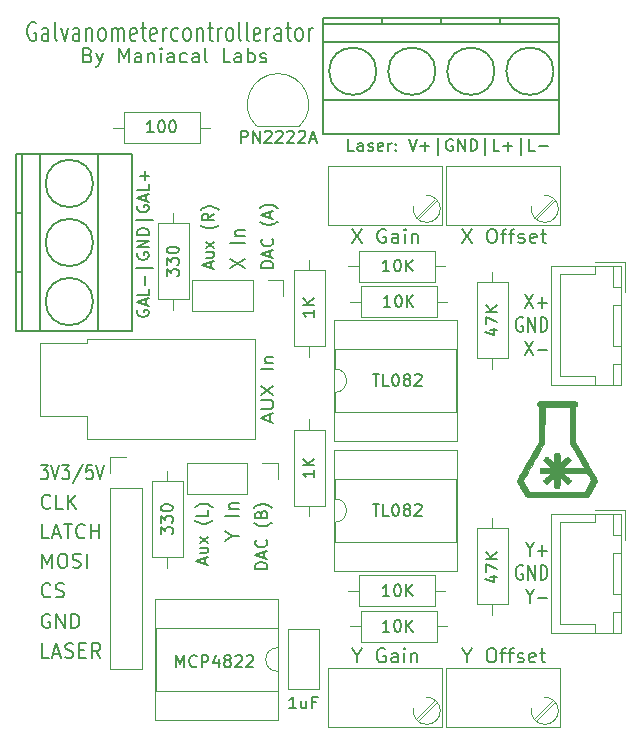
<source format=gbr>
%TF.GenerationSoftware,KiCad,Pcbnew,(5.1.6)-1*%
%TF.CreationDate,2020-07-07T17:24:47-04:00*%
%TF.ProjectId,GalvoDriver,47616c76-6f44-4726-9976-65722e6b6963,rev?*%
%TF.SameCoordinates,Original*%
%TF.FileFunction,Legend,Top*%
%TF.FilePolarity,Positive*%
%FSLAX46Y46*%
G04 Gerber Fmt 4.6, Leading zero omitted, Abs format (unit mm)*
G04 Created by KiCad (PCBNEW (5.1.6)-1) date 2020-07-07 17:24:47*
%MOMM*%
%LPD*%
G01*
G04 APERTURE LIST*
%ADD10C,0.150000*%
%ADD11C,0.200000*%
%ADD12C,0.010000*%
%ADD13C,0.120000*%
G04 APERTURE END LIST*
D10*
X47000000Y-60240595D02*
X46952380Y-60335833D01*
X46952380Y-60478690D01*
X47000000Y-60621547D01*
X47095238Y-60716785D01*
X47190476Y-60764404D01*
X47380952Y-60812023D01*
X47523809Y-60812023D01*
X47714285Y-60764404D01*
X47809523Y-60716785D01*
X47904761Y-60621547D01*
X47952380Y-60478690D01*
X47952380Y-60383452D01*
X47904761Y-60240595D01*
X47857142Y-60192976D01*
X47523809Y-60192976D01*
X47523809Y-60383452D01*
X47666666Y-59812023D02*
X47666666Y-59335833D01*
X47952380Y-59907261D02*
X46952380Y-59573928D01*
X47952380Y-59240595D01*
X47952380Y-58431071D02*
X47952380Y-58907261D01*
X46952380Y-58907261D01*
X47571428Y-58097738D02*
X47571428Y-57335833D01*
X48285714Y-56621547D02*
X46857142Y-56621547D01*
X47000000Y-55383452D02*
X46952380Y-55478690D01*
X46952380Y-55621547D01*
X47000000Y-55764404D01*
X47095238Y-55859642D01*
X47190476Y-55907261D01*
X47380952Y-55954880D01*
X47523809Y-55954880D01*
X47714285Y-55907261D01*
X47809523Y-55859642D01*
X47904761Y-55764404D01*
X47952380Y-55621547D01*
X47952380Y-55526309D01*
X47904761Y-55383452D01*
X47857142Y-55335833D01*
X47523809Y-55335833D01*
X47523809Y-55526309D01*
X47952380Y-54907261D02*
X46952380Y-54907261D01*
X47952380Y-54335833D01*
X46952380Y-54335833D01*
X47952380Y-53859642D02*
X46952380Y-53859642D01*
X46952380Y-53621547D01*
X47000000Y-53478690D01*
X47095238Y-53383452D01*
X47190476Y-53335833D01*
X47380952Y-53288214D01*
X47523809Y-53288214D01*
X47714285Y-53335833D01*
X47809523Y-53383452D01*
X47904761Y-53478690D01*
X47952380Y-53621547D01*
X47952380Y-53859642D01*
X48285714Y-52621547D02*
X46857142Y-52621547D01*
X47000000Y-51383452D02*
X46952380Y-51478690D01*
X46952380Y-51621547D01*
X47000000Y-51764404D01*
X47095238Y-51859642D01*
X47190476Y-51907261D01*
X47380952Y-51954880D01*
X47523809Y-51954880D01*
X47714285Y-51907261D01*
X47809523Y-51859642D01*
X47904761Y-51764404D01*
X47952380Y-51621547D01*
X47952380Y-51526309D01*
X47904761Y-51383452D01*
X47857142Y-51335833D01*
X47523809Y-51335833D01*
X47523809Y-51526309D01*
X47666666Y-50954880D02*
X47666666Y-50478690D01*
X47952380Y-51050119D02*
X46952380Y-50716785D01*
X47952380Y-50383452D01*
X47952380Y-49573928D02*
X47952380Y-50050119D01*
X46952380Y-50050119D01*
X47571428Y-49240595D02*
X47571428Y-48478690D01*
X47952380Y-48859642D02*
X47190476Y-48859642D01*
D11*
X39487142Y-89642857D02*
X38915714Y-89642857D01*
X38915714Y-88442857D01*
X39830000Y-89300000D02*
X40401428Y-89300000D01*
X39715714Y-89642857D02*
X40115714Y-88442857D01*
X40515714Y-89642857D01*
X40858571Y-89585714D02*
X41030000Y-89642857D01*
X41315714Y-89642857D01*
X41430000Y-89585714D01*
X41487142Y-89528571D01*
X41544285Y-89414285D01*
X41544285Y-89300000D01*
X41487142Y-89185714D01*
X41430000Y-89128571D01*
X41315714Y-89071428D01*
X41087142Y-89014285D01*
X40972857Y-88957142D01*
X40915714Y-88900000D01*
X40858571Y-88785714D01*
X40858571Y-88671428D01*
X40915714Y-88557142D01*
X40972857Y-88500000D01*
X41087142Y-88442857D01*
X41372857Y-88442857D01*
X41544285Y-88500000D01*
X42058571Y-89014285D02*
X42458571Y-89014285D01*
X42630000Y-89642857D02*
X42058571Y-89642857D01*
X42058571Y-88442857D01*
X42630000Y-88442857D01*
X43830000Y-89642857D02*
X43430000Y-89071428D01*
X43144285Y-89642857D02*
X43144285Y-88442857D01*
X43601428Y-88442857D01*
X43715714Y-88500000D01*
X43772857Y-88557142D01*
X43830000Y-88671428D01*
X43830000Y-88842857D01*
X43772857Y-88957142D01*
X43715714Y-89014285D01*
X43601428Y-89071428D01*
X43144285Y-89071428D01*
D10*
X42785714Y-38614285D02*
X42957142Y-38671428D01*
X43014285Y-38728571D01*
X43071428Y-38842857D01*
X43071428Y-39014285D01*
X43014285Y-39128571D01*
X42957142Y-39185714D01*
X42842857Y-39242857D01*
X42385714Y-39242857D01*
X42385714Y-38042857D01*
X42785714Y-38042857D01*
X42900000Y-38100000D01*
X42957142Y-38157142D01*
X43014285Y-38271428D01*
X43014285Y-38385714D01*
X42957142Y-38500000D01*
X42900000Y-38557142D01*
X42785714Y-38614285D01*
X42385714Y-38614285D01*
X43471428Y-38442857D02*
X43757142Y-39242857D01*
X44042857Y-38442857D02*
X43757142Y-39242857D01*
X43642857Y-39528571D01*
X43585714Y-39585714D01*
X43471428Y-39642857D01*
X45414285Y-39242857D02*
X45414285Y-38042857D01*
X45814285Y-38900000D01*
X46214285Y-38042857D01*
X46214285Y-39242857D01*
X47300000Y-39242857D02*
X47300000Y-38614285D01*
X47242857Y-38500000D01*
X47128571Y-38442857D01*
X46900000Y-38442857D01*
X46785714Y-38500000D01*
X47300000Y-39185714D02*
X47185714Y-39242857D01*
X46900000Y-39242857D01*
X46785714Y-39185714D01*
X46728571Y-39071428D01*
X46728571Y-38957142D01*
X46785714Y-38842857D01*
X46900000Y-38785714D01*
X47185714Y-38785714D01*
X47300000Y-38728571D01*
X47871428Y-38442857D02*
X47871428Y-39242857D01*
X47871428Y-38557142D02*
X47928571Y-38500000D01*
X48042857Y-38442857D01*
X48214285Y-38442857D01*
X48328571Y-38500000D01*
X48385714Y-38614285D01*
X48385714Y-39242857D01*
X48957142Y-39242857D02*
X48957142Y-38442857D01*
X48957142Y-38042857D02*
X48900000Y-38100000D01*
X48957142Y-38157142D01*
X49014285Y-38100000D01*
X48957142Y-38042857D01*
X48957142Y-38157142D01*
X50042857Y-39242857D02*
X50042857Y-38614285D01*
X49985714Y-38500000D01*
X49871428Y-38442857D01*
X49642857Y-38442857D01*
X49528571Y-38500000D01*
X50042857Y-39185714D02*
X49928571Y-39242857D01*
X49642857Y-39242857D01*
X49528571Y-39185714D01*
X49471428Y-39071428D01*
X49471428Y-38957142D01*
X49528571Y-38842857D01*
X49642857Y-38785714D01*
X49928571Y-38785714D01*
X50042857Y-38728571D01*
X51128571Y-39185714D02*
X51014285Y-39242857D01*
X50785714Y-39242857D01*
X50671428Y-39185714D01*
X50614285Y-39128571D01*
X50557142Y-39014285D01*
X50557142Y-38671428D01*
X50614285Y-38557142D01*
X50671428Y-38500000D01*
X50785714Y-38442857D01*
X51014285Y-38442857D01*
X51128571Y-38500000D01*
X52157142Y-39242857D02*
X52157142Y-38614285D01*
X52100000Y-38500000D01*
X51985714Y-38442857D01*
X51757142Y-38442857D01*
X51642857Y-38500000D01*
X52157142Y-39185714D02*
X52042857Y-39242857D01*
X51757142Y-39242857D01*
X51642857Y-39185714D01*
X51585714Y-39071428D01*
X51585714Y-38957142D01*
X51642857Y-38842857D01*
X51757142Y-38785714D01*
X52042857Y-38785714D01*
X52157142Y-38728571D01*
X52900000Y-39242857D02*
X52785714Y-39185714D01*
X52728571Y-39071428D01*
X52728571Y-38042857D01*
X54842857Y-39242857D02*
X54271428Y-39242857D01*
X54271428Y-38042857D01*
X55757142Y-39242857D02*
X55757142Y-38614285D01*
X55700000Y-38500000D01*
X55585714Y-38442857D01*
X55357142Y-38442857D01*
X55242857Y-38500000D01*
X55757142Y-39185714D02*
X55642857Y-39242857D01*
X55357142Y-39242857D01*
X55242857Y-39185714D01*
X55185714Y-39071428D01*
X55185714Y-38957142D01*
X55242857Y-38842857D01*
X55357142Y-38785714D01*
X55642857Y-38785714D01*
X55757142Y-38728571D01*
X56328571Y-39242857D02*
X56328571Y-38042857D01*
X56328571Y-38500000D02*
X56442857Y-38442857D01*
X56671428Y-38442857D01*
X56785714Y-38500000D01*
X56842857Y-38557142D01*
X56900000Y-38671428D01*
X56900000Y-39014285D01*
X56842857Y-39128571D01*
X56785714Y-39185714D01*
X56671428Y-39242857D01*
X56442857Y-39242857D01*
X56328571Y-39185714D01*
X57357142Y-39185714D02*
X57471428Y-39242857D01*
X57700000Y-39242857D01*
X57814285Y-39185714D01*
X57871428Y-39071428D01*
X57871428Y-39014285D01*
X57814285Y-38900000D01*
X57700000Y-38842857D01*
X57528571Y-38842857D01*
X57414285Y-38785714D01*
X57357142Y-38671428D01*
X57357142Y-38614285D01*
X57414285Y-38500000D01*
X57528571Y-38442857D01*
X57700000Y-38442857D01*
X57814285Y-38500000D01*
X65311785Y-46752380D02*
X64835595Y-46752380D01*
X64835595Y-45752380D01*
X66073690Y-46752380D02*
X66073690Y-46228571D01*
X66026071Y-46133333D01*
X65930833Y-46085714D01*
X65740357Y-46085714D01*
X65645119Y-46133333D01*
X66073690Y-46704761D02*
X65978452Y-46752380D01*
X65740357Y-46752380D01*
X65645119Y-46704761D01*
X65597500Y-46609523D01*
X65597500Y-46514285D01*
X65645119Y-46419047D01*
X65740357Y-46371428D01*
X65978452Y-46371428D01*
X66073690Y-46323809D01*
X66502261Y-46704761D02*
X66597500Y-46752380D01*
X66787976Y-46752380D01*
X66883214Y-46704761D01*
X66930833Y-46609523D01*
X66930833Y-46561904D01*
X66883214Y-46466666D01*
X66787976Y-46419047D01*
X66645119Y-46419047D01*
X66549880Y-46371428D01*
X66502261Y-46276190D01*
X66502261Y-46228571D01*
X66549880Y-46133333D01*
X66645119Y-46085714D01*
X66787976Y-46085714D01*
X66883214Y-46133333D01*
X67740357Y-46704761D02*
X67645119Y-46752380D01*
X67454642Y-46752380D01*
X67359404Y-46704761D01*
X67311785Y-46609523D01*
X67311785Y-46228571D01*
X67359404Y-46133333D01*
X67454642Y-46085714D01*
X67645119Y-46085714D01*
X67740357Y-46133333D01*
X67787976Y-46228571D01*
X67787976Y-46323809D01*
X67311785Y-46419047D01*
X68216547Y-46752380D02*
X68216547Y-46085714D01*
X68216547Y-46276190D02*
X68264166Y-46180952D01*
X68311785Y-46133333D01*
X68407023Y-46085714D01*
X68502261Y-46085714D01*
X68835595Y-46657142D02*
X68883214Y-46704761D01*
X68835595Y-46752380D01*
X68787976Y-46704761D01*
X68835595Y-46657142D01*
X68835595Y-46752380D01*
X68835595Y-46133333D02*
X68883214Y-46180952D01*
X68835595Y-46228571D01*
X68787976Y-46180952D01*
X68835595Y-46133333D01*
X68835595Y-46228571D01*
X69930833Y-45752380D02*
X70264166Y-46752380D01*
X70597500Y-45752380D01*
X70930833Y-46371428D02*
X71692738Y-46371428D01*
X71311785Y-46752380D02*
X71311785Y-45990476D01*
X72407023Y-47085714D02*
X72407023Y-45657142D01*
X73645119Y-45800000D02*
X73549880Y-45752380D01*
X73407023Y-45752380D01*
X73264166Y-45800000D01*
X73168928Y-45895238D01*
X73121309Y-45990476D01*
X73073690Y-46180952D01*
X73073690Y-46323809D01*
X73121309Y-46514285D01*
X73168928Y-46609523D01*
X73264166Y-46704761D01*
X73407023Y-46752380D01*
X73502261Y-46752380D01*
X73645119Y-46704761D01*
X73692738Y-46657142D01*
X73692738Y-46323809D01*
X73502261Y-46323809D01*
X74121309Y-46752380D02*
X74121309Y-45752380D01*
X74692738Y-46752380D01*
X74692738Y-45752380D01*
X75168928Y-46752380D02*
X75168928Y-45752380D01*
X75407023Y-45752380D01*
X75549880Y-45800000D01*
X75645119Y-45895238D01*
X75692738Y-45990476D01*
X75740357Y-46180952D01*
X75740357Y-46323809D01*
X75692738Y-46514285D01*
X75645119Y-46609523D01*
X75549880Y-46704761D01*
X75407023Y-46752380D01*
X75168928Y-46752380D01*
X76407023Y-47085714D02*
X76407023Y-45657142D01*
X77597500Y-46752380D02*
X77121309Y-46752380D01*
X77121309Y-45752380D01*
X77930833Y-46371428D02*
X78692738Y-46371428D01*
X78311785Y-46752380D02*
X78311785Y-45990476D01*
X79407023Y-47085714D02*
X79407023Y-45657142D01*
X80597500Y-46752380D02*
X80121309Y-46752380D01*
X80121309Y-45752380D01*
X80930833Y-46371428D02*
X81692738Y-46371428D01*
D11*
X80203333Y-80471428D02*
X80203333Y-81042857D01*
X79870000Y-79842857D02*
X80203333Y-80471428D01*
X80536666Y-79842857D01*
X80870000Y-80585714D02*
X81631904Y-80585714D01*
X81250952Y-81042857D02*
X81250952Y-80128571D01*
X79584285Y-81900000D02*
X79489047Y-81842857D01*
X79346190Y-81842857D01*
X79203333Y-81900000D01*
X79108095Y-82014285D01*
X79060476Y-82128571D01*
X79012857Y-82357142D01*
X79012857Y-82528571D01*
X79060476Y-82757142D01*
X79108095Y-82871428D01*
X79203333Y-82985714D01*
X79346190Y-83042857D01*
X79441428Y-83042857D01*
X79584285Y-82985714D01*
X79631904Y-82928571D01*
X79631904Y-82528571D01*
X79441428Y-82528571D01*
X80060476Y-83042857D02*
X80060476Y-81842857D01*
X80631904Y-83042857D01*
X80631904Y-81842857D01*
X81108095Y-83042857D02*
X81108095Y-81842857D01*
X81346190Y-81842857D01*
X81489047Y-81900000D01*
X81584285Y-82014285D01*
X81631904Y-82128571D01*
X81679523Y-82357142D01*
X81679523Y-82528571D01*
X81631904Y-82757142D01*
X81584285Y-82871428D01*
X81489047Y-82985714D01*
X81346190Y-83042857D01*
X81108095Y-83042857D01*
X80203333Y-84471428D02*
X80203333Y-85042857D01*
X79870000Y-83842857D02*
X80203333Y-84471428D01*
X80536666Y-83842857D01*
X80870000Y-84585714D02*
X81631904Y-84585714D01*
X58166666Y-69641428D02*
X58166666Y-69070000D01*
X58452380Y-69755714D02*
X57452380Y-69355714D01*
X58452380Y-68955714D01*
X57452380Y-68555714D02*
X58261904Y-68555714D01*
X58357142Y-68498571D01*
X58404761Y-68441428D01*
X58452380Y-68327142D01*
X58452380Y-68098571D01*
X58404761Y-67984285D01*
X58357142Y-67927142D01*
X58261904Y-67870000D01*
X57452380Y-67870000D01*
X57452380Y-67412857D02*
X58452380Y-66612857D01*
X57452380Y-66612857D02*
X58452380Y-67412857D01*
X58452380Y-65241428D02*
X57452380Y-65241428D01*
X57785714Y-64670000D02*
X58452380Y-64670000D01*
X57880952Y-64670000D02*
X57833333Y-64612857D01*
X57785714Y-64498571D01*
X57785714Y-64327142D01*
X57833333Y-64212857D01*
X57928571Y-64155714D01*
X58452380Y-64155714D01*
X39544285Y-86000000D02*
X39430000Y-85942857D01*
X39258571Y-85942857D01*
X39087142Y-86000000D01*
X38972857Y-86114285D01*
X38915714Y-86228571D01*
X38858571Y-86457142D01*
X38858571Y-86628571D01*
X38915714Y-86857142D01*
X38972857Y-86971428D01*
X39087142Y-87085714D01*
X39258571Y-87142857D01*
X39372857Y-87142857D01*
X39544285Y-87085714D01*
X39601428Y-87028571D01*
X39601428Y-86628571D01*
X39372857Y-86628571D01*
X40115714Y-87142857D02*
X40115714Y-85942857D01*
X40801428Y-87142857D01*
X40801428Y-85942857D01*
X41372857Y-87142857D02*
X41372857Y-85942857D01*
X41658571Y-85942857D01*
X41830000Y-86000000D01*
X41944285Y-86114285D01*
X42001428Y-86228571D01*
X42058571Y-86457142D01*
X42058571Y-86628571D01*
X42001428Y-86857142D01*
X41944285Y-86971428D01*
X41830000Y-87085714D01*
X41658571Y-87142857D01*
X41372857Y-87142857D01*
X39601428Y-84428571D02*
X39544285Y-84485714D01*
X39372857Y-84542857D01*
X39258571Y-84542857D01*
X39087142Y-84485714D01*
X38972857Y-84371428D01*
X38915714Y-84257142D01*
X38858571Y-84028571D01*
X38858571Y-83857142D01*
X38915714Y-83628571D01*
X38972857Y-83514285D01*
X39087142Y-83400000D01*
X39258571Y-83342857D01*
X39372857Y-83342857D01*
X39544285Y-83400000D01*
X39601428Y-83457142D01*
X40058571Y-84485714D02*
X40230000Y-84542857D01*
X40515714Y-84542857D01*
X40630000Y-84485714D01*
X40687142Y-84428571D01*
X40744285Y-84314285D01*
X40744285Y-84200000D01*
X40687142Y-84085714D01*
X40630000Y-84028571D01*
X40515714Y-83971428D01*
X40287142Y-83914285D01*
X40172857Y-83857142D01*
X40115714Y-83800000D01*
X40058571Y-83685714D01*
X40058571Y-83571428D01*
X40115714Y-83457142D01*
X40172857Y-83400000D01*
X40287142Y-83342857D01*
X40572857Y-83342857D01*
X40744285Y-83400000D01*
X38915714Y-82042857D02*
X38915714Y-80842857D01*
X39315714Y-81700000D01*
X39715714Y-80842857D01*
X39715714Y-82042857D01*
X40515714Y-80842857D02*
X40744285Y-80842857D01*
X40858571Y-80900000D01*
X40972857Y-81014285D01*
X41030000Y-81242857D01*
X41030000Y-81642857D01*
X40972857Y-81871428D01*
X40858571Y-81985714D01*
X40744285Y-82042857D01*
X40515714Y-82042857D01*
X40401428Y-81985714D01*
X40287142Y-81871428D01*
X40230000Y-81642857D01*
X40230000Y-81242857D01*
X40287142Y-81014285D01*
X40401428Y-80900000D01*
X40515714Y-80842857D01*
X41487142Y-81985714D02*
X41658571Y-82042857D01*
X41944285Y-82042857D01*
X42058571Y-81985714D01*
X42115714Y-81928571D01*
X42172857Y-81814285D01*
X42172857Y-81700000D01*
X42115714Y-81585714D01*
X42058571Y-81528571D01*
X41944285Y-81471428D01*
X41715714Y-81414285D01*
X41601428Y-81357142D01*
X41544285Y-81300000D01*
X41487142Y-81185714D01*
X41487142Y-81071428D01*
X41544285Y-80957142D01*
X41601428Y-80900000D01*
X41715714Y-80842857D01*
X42001428Y-80842857D01*
X42172857Y-80900000D01*
X42687142Y-82042857D02*
X42687142Y-80842857D01*
X39487142Y-79542857D02*
X38915714Y-79542857D01*
X38915714Y-78342857D01*
X39830000Y-79200000D02*
X40401428Y-79200000D01*
X39715714Y-79542857D02*
X40115714Y-78342857D01*
X40515714Y-79542857D01*
X40744285Y-78342857D02*
X41430000Y-78342857D01*
X41087142Y-79542857D02*
X41087142Y-78342857D01*
X42515714Y-79428571D02*
X42458571Y-79485714D01*
X42287142Y-79542857D01*
X42172857Y-79542857D01*
X42001428Y-79485714D01*
X41887142Y-79371428D01*
X41830000Y-79257142D01*
X41772857Y-79028571D01*
X41772857Y-78857142D01*
X41830000Y-78628571D01*
X41887142Y-78514285D01*
X42001428Y-78400000D01*
X42172857Y-78342857D01*
X42287142Y-78342857D01*
X42458571Y-78400000D01*
X42515714Y-78457142D01*
X43030000Y-79542857D02*
X43030000Y-78342857D01*
X43030000Y-78914285D02*
X43715714Y-78914285D01*
X43715714Y-79542857D02*
X43715714Y-78342857D01*
X39601428Y-76928571D02*
X39544285Y-76985714D01*
X39372857Y-77042857D01*
X39258571Y-77042857D01*
X39087142Y-76985714D01*
X38972857Y-76871428D01*
X38915714Y-76757142D01*
X38858571Y-76528571D01*
X38858571Y-76357142D01*
X38915714Y-76128571D01*
X38972857Y-76014285D01*
X39087142Y-75900000D01*
X39258571Y-75842857D01*
X39372857Y-75842857D01*
X39544285Y-75900000D01*
X39601428Y-75957142D01*
X40687142Y-77042857D02*
X40115714Y-77042857D01*
X40115714Y-75842857D01*
X41087142Y-77042857D02*
X41087142Y-75842857D01*
X41772857Y-77042857D02*
X41258571Y-76357142D01*
X41772857Y-75842857D02*
X41087142Y-76528571D01*
X38772857Y-73342857D02*
X39391904Y-73342857D01*
X39058571Y-73800000D01*
X39201428Y-73800000D01*
X39296666Y-73857142D01*
X39344285Y-73914285D01*
X39391904Y-74028571D01*
X39391904Y-74314285D01*
X39344285Y-74428571D01*
X39296666Y-74485714D01*
X39201428Y-74542857D01*
X38915714Y-74542857D01*
X38820476Y-74485714D01*
X38772857Y-74428571D01*
X39677619Y-73342857D02*
X40010952Y-74542857D01*
X40344285Y-73342857D01*
X40582380Y-73342857D02*
X41201428Y-73342857D01*
X40868095Y-73800000D01*
X41010952Y-73800000D01*
X41106190Y-73857142D01*
X41153809Y-73914285D01*
X41201428Y-74028571D01*
X41201428Y-74314285D01*
X41153809Y-74428571D01*
X41106190Y-74485714D01*
X41010952Y-74542857D01*
X40725238Y-74542857D01*
X40630000Y-74485714D01*
X40582380Y-74428571D01*
X42344285Y-73285714D02*
X41487142Y-74828571D01*
X43153809Y-73342857D02*
X42677619Y-73342857D01*
X42630000Y-73914285D01*
X42677619Y-73857142D01*
X42772857Y-73800000D01*
X43010952Y-73800000D01*
X43106190Y-73857142D01*
X43153809Y-73914285D01*
X43201428Y-74028571D01*
X43201428Y-74314285D01*
X43153809Y-74428571D01*
X43106190Y-74485714D01*
X43010952Y-74542857D01*
X42772857Y-74542857D01*
X42677619Y-74485714D01*
X42630000Y-74428571D01*
X43487142Y-73342857D02*
X43820476Y-74542857D01*
X44153809Y-73342857D01*
X38344285Y-35900000D02*
X38230000Y-35823809D01*
X38058571Y-35823809D01*
X37887142Y-35900000D01*
X37772857Y-36052380D01*
X37715714Y-36204761D01*
X37658571Y-36509523D01*
X37658571Y-36738095D01*
X37715714Y-37042857D01*
X37772857Y-37195238D01*
X37887142Y-37347619D01*
X38058571Y-37423809D01*
X38172857Y-37423809D01*
X38344285Y-37347619D01*
X38401428Y-37271428D01*
X38401428Y-36738095D01*
X38172857Y-36738095D01*
X39430000Y-37423809D02*
X39430000Y-36585714D01*
X39372857Y-36433333D01*
X39258571Y-36357142D01*
X39030000Y-36357142D01*
X38915714Y-36433333D01*
X39430000Y-37347619D02*
X39315714Y-37423809D01*
X39030000Y-37423809D01*
X38915714Y-37347619D01*
X38858571Y-37195238D01*
X38858571Y-37042857D01*
X38915714Y-36890476D01*
X39030000Y-36814285D01*
X39315714Y-36814285D01*
X39430000Y-36738095D01*
X40172857Y-37423809D02*
X40058571Y-37347619D01*
X40001428Y-37195238D01*
X40001428Y-35823809D01*
X40515714Y-36357142D02*
X40801428Y-37423809D01*
X41087142Y-36357142D01*
X42058571Y-37423809D02*
X42058571Y-36585714D01*
X42001428Y-36433333D01*
X41887142Y-36357142D01*
X41658571Y-36357142D01*
X41544285Y-36433333D01*
X42058571Y-37347619D02*
X41944285Y-37423809D01*
X41658571Y-37423809D01*
X41544285Y-37347619D01*
X41487142Y-37195238D01*
X41487142Y-37042857D01*
X41544285Y-36890476D01*
X41658571Y-36814285D01*
X41944285Y-36814285D01*
X42058571Y-36738095D01*
X42630000Y-36357142D02*
X42630000Y-37423809D01*
X42630000Y-36509523D02*
X42687142Y-36433333D01*
X42801428Y-36357142D01*
X42972857Y-36357142D01*
X43087142Y-36433333D01*
X43144285Y-36585714D01*
X43144285Y-37423809D01*
X43887142Y-37423809D02*
X43772857Y-37347619D01*
X43715714Y-37271428D01*
X43658571Y-37119047D01*
X43658571Y-36661904D01*
X43715714Y-36509523D01*
X43772857Y-36433333D01*
X43887142Y-36357142D01*
X44058571Y-36357142D01*
X44172857Y-36433333D01*
X44230000Y-36509523D01*
X44287142Y-36661904D01*
X44287142Y-37119047D01*
X44230000Y-37271428D01*
X44172857Y-37347619D01*
X44058571Y-37423809D01*
X43887142Y-37423809D01*
X44801428Y-37423809D02*
X44801428Y-36357142D01*
X44801428Y-36509523D02*
X44858571Y-36433333D01*
X44972857Y-36357142D01*
X45144285Y-36357142D01*
X45258571Y-36433333D01*
X45315714Y-36585714D01*
X45315714Y-37423809D01*
X45315714Y-36585714D02*
X45372857Y-36433333D01*
X45487142Y-36357142D01*
X45658571Y-36357142D01*
X45772857Y-36433333D01*
X45830000Y-36585714D01*
X45830000Y-37423809D01*
X46858571Y-37347619D02*
X46744285Y-37423809D01*
X46515714Y-37423809D01*
X46401428Y-37347619D01*
X46344285Y-37195238D01*
X46344285Y-36585714D01*
X46401428Y-36433333D01*
X46515714Y-36357142D01*
X46744285Y-36357142D01*
X46858571Y-36433333D01*
X46915714Y-36585714D01*
X46915714Y-36738095D01*
X46344285Y-36890476D01*
X47258571Y-36357142D02*
X47715714Y-36357142D01*
X47430000Y-35823809D02*
X47430000Y-37195238D01*
X47487142Y-37347619D01*
X47601428Y-37423809D01*
X47715714Y-37423809D01*
X48572857Y-37347619D02*
X48458571Y-37423809D01*
X48230000Y-37423809D01*
X48115714Y-37347619D01*
X48058571Y-37195238D01*
X48058571Y-36585714D01*
X48115714Y-36433333D01*
X48230000Y-36357142D01*
X48458571Y-36357142D01*
X48572857Y-36433333D01*
X48630000Y-36585714D01*
X48630000Y-36738095D01*
X48058571Y-36890476D01*
X49144285Y-37423809D02*
X49144285Y-36357142D01*
X49144285Y-36661904D02*
X49201428Y-36509523D01*
X49258571Y-36433333D01*
X49372857Y-36357142D01*
X49487142Y-36357142D01*
X50401428Y-37347619D02*
X50287142Y-37423809D01*
X50058571Y-37423809D01*
X49944285Y-37347619D01*
X49887142Y-37271428D01*
X49830000Y-37119047D01*
X49830000Y-36661904D01*
X49887142Y-36509523D01*
X49944285Y-36433333D01*
X50058571Y-36357142D01*
X50287142Y-36357142D01*
X50401428Y-36433333D01*
X51087142Y-37423809D02*
X50972857Y-37347619D01*
X50915714Y-37271428D01*
X50858571Y-37119047D01*
X50858571Y-36661904D01*
X50915714Y-36509523D01*
X50972857Y-36433333D01*
X51087142Y-36357142D01*
X51258571Y-36357142D01*
X51372857Y-36433333D01*
X51430000Y-36509523D01*
X51487142Y-36661904D01*
X51487142Y-37119047D01*
X51430000Y-37271428D01*
X51372857Y-37347619D01*
X51258571Y-37423809D01*
X51087142Y-37423809D01*
X52001428Y-36357142D02*
X52001428Y-37423809D01*
X52001428Y-36509523D02*
X52058571Y-36433333D01*
X52172857Y-36357142D01*
X52344285Y-36357142D01*
X52458571Y-36433333D01*
X52515714Y-36585714D01*
X52515714Y-37423809D01*
X52915714Y-36357142D02*
X53372857Y-36357142D01*
X53087142Y-35823809D02*
X53087142Y-37195238D01*
X53144285Y-37347619D01*
X53258571Y-37423809D01*
X53372857Y-37423809D01*
X53772857Y-37423809D02*
X53772857Y-36357142D01*
X53772857Y-36661904D02*
X53830000Y-36509523D01*
X53887142Y-36433333D01*
X54001428Y-36357142D01*
X54115714Y-36357142D01*
X54687142Y-37423809D02*
X54572857Y-37347619D01*
X54515714Y-37271428D01*
X54458571Y-37119047D01*
X54458571Y-36661904D01*
X54515714Y-36509523D01*
X54572857Y-36433333D01*
X54687142Y-36357142D01*
X54858571Y-36357142D01*
X54972857Y-36433333D01*
X55030000Y-36509523D01*
X55087142Y-36661904D01*
X55087142Y-37119047D01*
X55030000Y-37271428D01*
X54972857Y-37347619D01*
X54858571Y-37423809D01*
X54687142Y-37423809D01*
X55772857Y-37423809D02*
X55658571Y-37347619D01*
X55601428Y-37195238D01*
X55601428Y-35823809D01*
X56401428Y-37423809D02*
X56287142Y-37347619D01*
X56230000Y-37195238D01*
X56230000Y-35823809D01*
X57315714Y-37347619D02*
X57201428Y-37423809D01*
X56972857Y-37423809D01*
X56858571Y-37347619D01*
X56801428Y-37195238D01*
X56801428Y-36585714D01*
X56858571Y-36433333D01*
X56972857Y-36357142D01*
X57201428Y-36357142D01*
X57315714Y-36433333D01*
X57372857Y-36585714D01*
X57372857Y-36738095D01*
X56801428Y-36890476D01*
X57887142Y-37423809D02*
X57887142Y-36357142D01*
X57887142Y-36661904D02*
X57944285Y-36509523D01*
X58001428Y-36433333D01*
X58115714Y-36357142D01*
X58230000Y-36357142D01*
X59144285Y-37423809D02*
X59144285Y-36585714D01*
X59087142Y-36433333D01*
X58972857Y-36357142D01*
X58744285Y-36357142D01*
X58630000Y-36433333D01*
X59144285Y-37347619D02*
X59030000Y-37423809D01*
X58744285Y-37423809D01*
X58630000Y-37347619D01*
X58572857Y-37195238D01*
X58572857Y-37042857D01*
X58630000Y-36890476D01*
X58744285Y-36814285D01*
X59030000Y-36814285D01*
X59144285Y-36738095D01*
X59544285Y-36357142D02*
X60001428Y-36357142D01*
X59715714Y-35823809D02*
X59715714Y-37195238D01*
X59772857Y-37347619D01*
X59887142Y-37423809D01*
X60001428Y-37423809D01*
X60572857Y-37423809D02*
X60458571Y-37347619D01*
X60401428Y-37271428D01*
X60344285Y-37119047D01*
X60344285Y-36661904D01*
X60401428Y-36509523D01*
X60458571Y-36433333D01*
X60572857Y-36357142D01*
X60744285Y-36357142D01*
X60858571Y-36433333D01*
X60915714Y-36509523D01*
X60972857Y-36661904D01*
X60972857Y-37119047D01*
X60915714Y-37271428D01*
X60858571Y-37347619D01*
X60744285Y-37423809D01*
X60572857Y-37423809D01*
X61487142Y-37423809D02*
X61487142Y-36357142D01*
X61487142Y-36661904D02*
X61544285Y-36509523D01*
X61601428Y-36433333D01*
X61715714Y-36357142D01*
X61830000Y-36357142D01*
X52666666Y-81679523D02*
X52666666Y-81203333D01*
X52952380Y-81774761D02*
X51952380Y-81441428D01*
X52952380Y-81108095D01*
X52285714Y-80346190D02*
X52952380Y-80346190D01*
X52285714Y-80774761D02*
X52809523Y-80774761D01*
X52904761Y-80727142D01*
X52952380Y-80631904D01*
X52952380Y-80489047D01*
X52904761Y-80393809D01*
X52857142Y-80346190D01*
X52952380Y-79965238D02*
X52285714Y-79441428D01*
X52285714Y-79965238D02*
X52952380Y-79441428D01*
X53333333Y-78012857D02*
X53285714Y-78060476D01*
X53142857Y-78155714D01*
X53047619Y-78203333D01*
X52904761Y-78250952D01*
X52666666Y-78298571D01*
X52476190Y-78298571D01*
X52238095Y-78250952D01*
X52095238Y-78203333D01*
X52000000Y-78155714D01*
X51857142Y-78060476D01*
X51809523Y-78012857D01*
X52952380Y-77155714D02*
X52952380Y-77631904D01*
X51952380Y-77631904D01*
X53333333Y-76917619D02*
X53285714Y-76870000D01*
X53142857Y-76774761D01*
X53047619Y-76727142D01*
X52904761Y-76679523D01*
X52666666Y-76631904D01*
X52476190Y-76631904D01*
X52238095Y-76679523D01*
X52095238Y-76727142D01*
X52000000Y-76774761D01*
X51857142Y-76870000D01*
X51809523Y-76917619D01*
X57952380Y-82131904D02*
X56952380Y-82131904D01*
X56952380Y-81893809D01*
X57000000Y-81750952D01*
X57095238Y-81655714D01*
X57190476Y-81608095D01*
X57380952Y-81560476D01*
X57523809Y-81560476D01*
X57714285Y-81608095D01*
X57809523Y-81655714D01*
X57904761Y-81750952D01*
X57952380Y-81893809D01*
X57952380Y-82131904D01*
X57666666Y-81179523D02*
X57666666Y-80703333D01*
X57952380Y-81274761D02*
X56952380Y-80941428D01*
X57952380Y-80608095D01*
X57857142Y-79703333D02*
X57904761Y-79750952D01*
X57952380Y-79893809D01*
X57952380Y-79989047D01*
X57904761Y-80131904D01*
X57809523Y-80227142D01*
X57714285Y-80274761D01*
X57523809Y-80322380D01*
X57380952Y-80322380D01*
X57190476Y-80274761D01*
X57095238Y-80227142D01*
X57000000Y-80131904D01*
X56952380Y-79989047D01*
X56952380Y-79893809D01*
X57000000Y-79750952D01*
X57047619Y-79703333D01*
X58333333Y-78227142D02*
X58285714Y-78274761D01*
X58142857Y-78370000D01*
X58047619Y-78417619D01*
X57904761Y-78465238D01*
X57666666Y-78512857D01*
X57476190Y-78512857D01*
X57238095Y-78465238D01*
X57095238Y-78417619D01*
X57000000Y-78370000D01*
X56857142Y-78274761D01*
X56809523Y-78227142D01*
X57428571Y-77512857D02*
X57476190Y-77370000D01*
X57523809Y-77322380D01*
X57619047Y-77274761D01*
X57761904Y-77274761D01*
X57857142Y-77322380D01*
X57904761Y-77370000D01*
X57952380Y-77465238D01*
X57952380Y-77846190D01*
X56952380Y-77846190D01*
X56952380Y-77512857D01*
X57000000Y-77417619D01*
X57047619Y-77370000D01*
X57142857Y-77322380D01*
X57238095Y-77322380D01*
X57333333Y-77370000D01*
X57380952Y-77417619D01*
X57428571Y-77512857D01*
X57428571Y-77846190D01*
X58333333Y-76941428D02*
X58285714Y-76893809D01*
X58142857Y-76798571D01*
X58047619Y-76750952D01*
X57904761Y-76703333D01*
X57666666Y-76655714D01*
X57476190Y-76655714D01*
X57238095Y-76703333D01*
X57095238Y-76750952D01*
X57000000Y-76798571D01*
X56857142Y-76893809D01*
X56809523Y-76941428D01*
X54971428Y-79355714D02*
X55542857Y-79355714D01*
X54342857Y-79755714D02*
X54971428Y-79355714D01*
X54342857Y-78955714D01*
X55542857Y-77641428D02*
X54342857Y-77641428D01*
X54742857Y-77070000D02*
X55542857Y-77070000D01*
X54857142Y-77070000D02*
X54800000Y-77012857D01*
X54742857Y-76898571D01*
X54742857Y-76727142D01*
X54800000Y-76612857D01*
X54914285Y-76555714D01*
X55542857Y-76555714D01*
X58452380Y-56631904D02*
X57452380Y-56631904D01*
X57452380Y-56393809D01*
X57500000Y-56250952D01*
X57595238Y-56155714D01*
X57690476Y-56108095D01*
X57880952Y-56060476D01*
X58023809Y-56060476D01*
X58214285Y-56108095D01*
X58309523Y-56155714D01*
X58404761Y-56250952D01*
X58452380Y-56393809D01*
X58452380Y-56631904D01*
X58166666Y-55679523D02*
X58166666Y-55203333D01*
X58452380Y-55774761D02*
X57452380Y-55441428D01*
X58452380Y-55108095D01*
X58357142Y-54203333D02*
X58404761Y-54250952D01*
X58452380Y-54393809D01*
X58452380Y-54489047D01*
X58404761Y-54631904D01*
X58309523Y-54727142D01*
X58214285Y-54774761D01*
X58023809Y-54822380D01*
X57880952Y-54822380D01*
X57690476Y-54774761D01*
X57595238Y-54727142D01*
X57500000Y-54631904D01*
X57452380Y-54489047D01*
X57452380Y-54393809D01*
X57500000Y-54250952D01*
X57547619Y-54203333D01*
X58833333Y-52727142D02*
X58785714Y-52774761D01*
X58642857Y-52870000D01*
X58547619Y-52917619D01*
X58404761Y-52965238D01*
X58166666Y-53012857D01*
X57976190Y-53012857D01*
X57738095Y-52965238D01*
X57595238Y-52917619D01*
X57500000Y-52870000D01*
X57357142Y-52774761D01*
X57309523Y-52727142D01*
X58166666Y-52393809D02*
X58166666Y-51917619D01*
X58452380Y-52489047D02*
X57452380Y-52155714D01*
X58452380Y-51822380D01*
X58833333Y-51584285D02*
X58785714Y-51536666D01*
X58642857Y-51441428D01*
X58547619Y-51393809D01*
X58404761Y-51346190D01*
X58166666Y-51298571D01*
X57976190Y-51298571D01*
X57738095Y-51346190D01*
X57595238Y-51393809D01*
X57500000Y-51441428D01*
X57357142Y-51536666D01*
X57309523Y-51584285D01*
X54842857Y-56698571D02*
X56042857Y-55898571D01*
X54842857Y-55898571D02*
X56042857Y-56698571D01*
X56042857Y-54527142D02*
X54842857Y-54527142D01*
X55242857Y-53955714D02*
X56042857Y-53955714D01*
X55357142Y-53955714D02*
X55300000Y-53898571D01*
X55242857Y-53784285D01*
X55242857Y-53612857D01*
X55300000Y-53498571D01*
X55414285Y-53441428D01*
X56042857Y-53441428D01*
X53166666Y-56679523D02*
X53166666Y-56203333D01*
X53452380Y-56774761D02*
X52452380Y-56441428D01*
X53452380Y-56108095D01*
X52785714Y-55346190D02*
X53452380Y-55346190D01*
X52785714Y-55774761D02*
X53309523Y-55774761D01*
X53404761Y-55727142D01*
X53452380Y-55631904D01*
X53452380Y-55489047D01*
X53404761Y-55393809D01*
X53357142Y-55346190D01*
X53452380Y-54965238D02*
X52785714Y-54441428D01*
X52785714Y-54965238D02*
X53452380Y-54441428D01*
X53833333Y-53012857D02*
X53785714Y-53060476D01*
X53642857Y-53155714D01*
X53547619Y-53203333D01*
X53404761Y-53250952D01*
X53166666Y-53298571D01*
X52976190Y-53298571D01*
X52738095Y-53250952D01*
X52595238Y-53203333D01*
X52500000Y-53155714D01*
X52357142Y-53060476D01*
X52309523Y-53012857D01*
X53452380Y-52060476D02*
X52976190Y-52393809D01*
X53452380Y-52631904D02*
X52452380Y-52631904D01*
X52452380Y-52250952D01*
X52500000Y-52155714D01*
X52547619Y-52108095D01*
X52642857Y-52060476D01*
X52785714Y-52060476D01*
X52880952Y-52108095D01*
X52928571Y-52155714D01*
X52976190Y-52250952D01*
X52976190Y-52631904D01*
X53833333Y-51727142D02*
X53785714Y-51679523D01*
X53642857Y-51584285D01*
X53547619Y-51536666D01*
X53404761Y-51489047D01*
X53166666Y-51441428D01*
X52976190Y-51441428D01*
X52738095Y-51489047D01*
X52595238Y-51536666D01*
X52500000Y-51584285D01*
X52357142Y-51679523D01*
X52309523Y-51727142D01*
X79822380Y-58842857D02*
X80489047Y-60042857D01*
X80489047Y-58842857D02*
X79822380Y-60042857D01*
X80870000Y-59585714D02*
X81631904Y-59585714D01*
X81250952Y-60042857D02*
X81250952Y-59128571D01*
X79584285Y-60900000D02*
X79489047Y-60842857D01*
X79346190Y-60842857D01*
X79203333Y-60900000D01*
X79108095Y-61014285D01*
X79060476Y-61128571D01*
X79012857Y-61357142D01*
X79012857Y-61528571D01*
X79060476Y-61757142D01*
X79108095Y-61871428D01*
X79203333Y-61985714D01*
X79346190Y-62042857D01*
X79441428Y-62042857D01*
X79584285Y-61985714D01*
X79631904Y-61928571D01*
X79631904Y-61528571D01*
X79441428Y-61528571D01*
X80060476Y-62042857D02*
X80060476Y-60842857D01*
X80631904Y-62042857D01*
X80631904Y-60842857D01*
X81108095Y-62042857D02*
X81108095Y-60842857D01*
X81346190Y-60842857D01*
X81489047Y-60900000D01*
X81584285Y-61014285D01*
X81631904Y-61128571D01*
X81679523Y-61357142D01*
X81679523Y-61528571D01*
X81631904Y-61757142D01*
X81584285Y-61871428D01*
X81489047Y-61985714D01*
X81346190Y-62042857D01*
X81108095Y-62042857D01*
X79822380Y-62842857D02*
X80489047Y-64042857D01*
X80489047Y-62842857D02*
X79822380Y-64042857D01*
X80870000Y-63585714D02*
X81631904Y-63585714D01*
X74485714Y-53342857D02*
X75285714Y-54542857D01*
X75285714Y-53342857D02*
X74485714Y-54542857D01*
X76885714Y-53342857D02*
X77114285Y-53342857D01*
X77228571Y-53400000D01*
X77342857Y-53514285D01*
X77400000Y-53742857D01*
X77400000Y-54142857D01*
X77342857Y-54371428D01*
X77228571Y-54485714D01*
X77114285Y-54542857D01*
X76885714Y-54542857D01*
X76771428Y-54485714D01*
X76657142Y-54371428D01*
X76600000Y-54142857D01*
X76600000Y-53742857D01*
X76657142Y-53514285D01*
X76771428Y-53400000D01*
X76885714Y-53342857D01*
X77742857Y-53742857D02*
X78200000Y-53742857D01*
X77914285Y-54542857D02*
X77914285Y-53514285D01*
X77971428Y-53400000D01*
X78085714Y-53342857D01*
X78200000Y-53342857D01*
X78428571Y-53742857D02*
X78885714Y-53742857D01*
X78600000Y-54542857D02*
X78600000Y-53514285D01*
X78657142Y-53400000D01*
X78771428Y-53342857D01*
X78885714Y-53342857D01*
X79228571Y-54485714D02*
X79342857Y-54542857D01*
X79571428Y-54542857D01*
X79685714Y-54485714D01*
X79742857Y-54371428D01*
X79742857Y-54314285D01*
X79685714Y-54200000D01*
X79571428Y-54142857D01*
X79400000Y-54142857D01*
X79285714Y-54085714D01*
X79228571Y-53971428D01*
X79228571Y-53914285D01*
X79285714Y-53800000D01*
X79400000Y-53742857D01*
X79571428Y-53742857D01*
X79685714Y-53800000D01*
X80714285Y-54485714D02*
X80600000Y-54542857D01*
X80371428Y-54542857D01*
X80257142Y-54485714D01*
X80200000Y-54371428D01*
X80200000Y-53914285D01*
X80257142Y-53800000D01*
X80371428Y-53742857D01*
X80600000Y-53742857D01*
X80714285Y-53800000D01*
X80771428Y-53914285D01*
X80771428Y-54028571D01*
X80200000Y-54142857D01*
X81114285Y-53742857D02*
X81571428Y-53742857D01*
X81285714Y-53342857D02*
X81285714Y-54371428D01*
X81342857Y-54485714D01*
X81457142Y-54542857D01*
X81571428Y-54542857D01*
X65171428Y-53342857D02*
X65971428Y-54542857D01*
X65971428Y-53342857D02*
X65171428Y-54542857D01*
X67971428Y-53400000D02*
X67857142Y-53342857D01*
X67685714Y-53342857D01*
X67514285Y-53400000D01*
X67400000Y-53514285D01*
X67342857Y-53628571D01*
X67285714Y-53857142D01*
X67285714Y-54028571D01*
X67342857Y-54257142D01*
X67400000Y-54371428D01*
X67514285Y-54485714D01*
X67685714Y-54542857D01*
X67800000Y-54542857D01*
X67971428Y-54485714D01*
X68028571Y-54428571D01*
X68028571Y-54028571D01*
X67800000Y-54028571D01*
X69057142Y-54542857D02*
X69057142Y-53914285D01*
X69000000Y-53800000D01*
X68885714Y-53742857D01*
X68657142Y-53742857D01*
X68542857Y-53800000D01*
X69057142Y-54485714D02*
X68942857Y-54542857D01*
X68657142Y-54542857D01*
X68542857Y-54485714D01*
X68485714Y-54371428D01*
X68485714Y-54257142D01*
X68542857Y-54142857D01*
X68657142Y-54085714D01*
X68942857Y-54085714D01*
X69057142Y-54028571D01*
X69628571Y-54542857D02*
X69628571Y-53742857D01*
X69628571Y-53342857D02*
X69571428Y-53400000D01*
X69628571Y-53457142D01*
X69685714Y-53400000D01*
X69628571Y-53342857D01*
X69628571Y-53457142D01*
X70200000Y-53742857D02*
X70200000Y-54542857D01*
X70200000Y-53857142D02*
X70257142Y-53800000D01*
X70371428Y-53742857D01*
X70542857Y-53742857D01*
X70657142Y-53800000D01*
X70714285Y-53914285D01*
X70714285Y-54542857D01*
X74885714Y-89471428D02*
X74885714Y-90042857D01*
X74485714Y-88842857D02*
X74885714Y-89471428D01*
X75285714Y-88842857D01*
X76828571Y-88842857D02*
X77057142Y-88842857D01*
X77171428Y-88900000D01*
X77285714Y-89014285D01*
X77342857Y-89242857D01*
X77342857Y-89642857D01*
X77285714Y-89871428D01*
X77171428Y-89985714D01*
X77057142Y-90042857D01*
X76828571Y-90042857D01*
X76714285Y-89985714D01*
X76600000Y-89871428D01*
X76542857Y-89642857D01*
X76542857Y-89242857D01*
X76600000Y-89014285D01*
X76714285Y-88900000D01*
X76828571Y-88842857D01*
X77685714Y-89242857D02*
X78142857Y-89242857D01*
X77857142Y-90042857D02*
X77857142Y-89014285D01*
X77914285Y-88900000D01*
X78028571Y-88842857D01*
X78142857Y-88842857D01*
X78371428Y-89242857D02*
X78828571Y-89242857D01*
X78542857Y-90042857D02*
X78542857Y-89014285D01*
X78600000Y-88900000D01*
X78714285Y-88842857D01*
X78828571Y-88842857D01*
X79171428Y-89985714D02*
X79285714Y-90042857D01*
X79514285Y-90042857D01*
X79628571Y-89985714D01*
X79685714Y-89871428D01*
X79685714Y-89814285D01*
X79628571Y-89700000D01*
X79514285Y-89642857D01*
X79342857Y-89642857D01*
X79228571Y-89585714D01*
X79171428Y-89471428D01*
X79171428Y-89414285D01*
X79228571Y-89300000D01*
X79342857Y-89242857D01*
X79514285Y-89242857D01*
X79628571Y-89300000D01*
X80657142Y-89985714D02*
X80542857Y-90042857D01*
X80314285Y-90042857D01*
X80200000Y-89985714D01*
X80142857Y-89871428D01*
X80142857Y-89414285D01*
X80200000Y-89300000D01*
X80314285Y-89242857D01*
X80542857Y-89242857D01*
X80657142Y-89300000D01*
X80714285Y-89414285D01*
X80714285Y-89528571D01*
X80142857Y-89642857D01*
X81057142Y-89242857D02*
X81514285Y-89242857D01*
X81228571Y-88842857D02*
X81228571Y-89871428D01*
X81285714Y-89985714D01*
X81400000Y-90042857D01*
X81514285Y-90042857D01*
X65571428Y-89471428D02*
X65571428Y-90042857D01*
X65171428Y-88842857D02*
X65571428Y-89471428D01*
X65971428Y-88842857D01*
X67914285Y-88900000D02*
X67800000Y-88842857D01*
X67628571Y-88842857D01*
X67457142Y-88900000D01*
X67342857Y-89014285D01*
X67285714Y-89128571D01*
X67228571Y-89357142D01*
X67228571Y-89528571D01*
X67285714Y-89757142D01*
X67342857Y-89871428D01*
X67457142Y-89985714D01*
X67628571Y-90042857D01*
X67742857Y-90042857D01*
X67914285Y-89985714D01*
X67971428Y-89928571D01*
X67971428Y-89528571D01*
X67742857Y-89528571D01*
X69000000Y-90042857D02*
X69000000Y-89414285D01*
X68942857Y-89300000D01*
X68828571Y-89242857D01*
X68600000Y-89242857D01*
X68485714Y-89300000D01*
X69000000Y-89985714D02*
X68885714Y-90042857D01*
X68600000Y-90042857D01*
X68485714Y-89985714D01*
X68428571Y-89871428D01*
X68428571Y-89757142D01*
X68485714Y-89642857D01*
X68600000Y-89585714D01*
X68885714Y-89585714D01*
X69000000Y-89528571D01*
X69571428Y-90042857D02*
X69571428Y-89242857D01*
X69571428Y-88842857D02*
X69514285Y-88900000D01*
X69571428Y-88957142D01*
X69628571Y-88900000D01*
X69571428Y-88842857D01*
X69571428Y-88957142D01*
X70142857Y-89242857D02*
X70142857Y-90042857D01*
X70142857Y-89357142D02*
X70200000Y-89300000D01*
X70314285Y-89242857D01*
X70485714Y-89242857D01*
X70600000Y-89300000D01*
X70657142Y-89414285D01*
X70657142Y-90042857D01*
D12*
%TO.C,G\u002A\u002A\u002A*%
G36*
X82780132Y-67935141D02*
G01*
X82969330Y-67935704D01*
X83151803Y-67936553D01*
X83324802Y-67937693D01*
X83485580Y-67939121D01*
X83631388Y-67940837D01*
X83759478Y-67942843D01*
X83867101Y-67945137D01*
X83951511Y-67947719D01*
X84009958Y-67950591D01*
X84039694Y-67953751D01*
X84041045Y-67954101D01*
X84114650Y-67989801D01*
X84168272Y-68042954D01*
X84201256Y-68107582D01*
X84212948Y-68177706D01*
X84202692Y-68247346D01*
X84169833Y-68310525D01*
X84113717Y-68361264D01*
X84087218Y-68375553D01*
X84024819Y-68404312D01*
X84024409Y-69886141D01*
X84024000Y-71367969D01*
X84451194Y-72108641D01*
X84541737Y-72265615D01*
X84644897Y-72444444D01*
X84757416Y-72639483D01*
X84876038Y-72845090D01*
X84997507Y-73055620D01*
X85118568Y-73265429D01*
X85235963Y-73468874D01*
X85346437Y-73660312D01*
X85395756Y-73745770D01*
X85484967Y-73900722D01*
X85569309Y-74047946D01*
X85647458Y-74185082D01*
X85718089Y-74309771D01*
X85779877Y-74419652D01*
X85831497Y-74512365D01*
X85871624Y-74585552D01*
X85898934Y-74636852D01*
X85912102Y-74663905D01*
X85913125Y-74667254D01*
X85905259Y-74687854D01*
X85882954Y-74732330D01*
X85848145Y-74797359D01*
X85802767Y-74879615D01*
X85748756Y-74975774D01*
X85688047Y-75082511D01*
X85622577Y-75196503D01*
X85554279Y-75314423D01*
X85485091Y-75432948D01*
X85416948Y-75548754D01*
X85351784Y-75658515D01*
X85291537Y-75758906D01*
X85238141Y-75846605D01*
X85193532Y-75918285D01*
X85159645Y-75970622D01*
X85138416Y-76000292D01*
X85134599Y-76004468D01*
X85087124Y-76048125D01*
X79912875Y-76048125D01*
X79865400Y-76004468D01*
X79848606Y-75982746D01*
X79818539Y-75937288D01*
X79777134Y-75871420D01*
X79726325Y-75788466D01*
X79668050Y-75691753D01*
X79604242Y-75584605D01*
X79536838Y-75470346D01*
X79467772Y-75352303D01*
X79398981Y-75233800D01*
X79332400Y-75118163D01*
X79269963Y-75008717D01*
X79213608Y-74908786D01*
X79165267Y-74821695D01*
X79126879Y-74750771D01*
X79100377Y-74699338D01*
X79087697Y-74670720D01*
X79086874Y-74666933D01*
X79093139Y-74651738D01*
X79591817Y-74651738D01*
X79866508Y-75127681D01*
X80141198Y-75603625D01*
X84858654Y-75603625D01*
X85133694Y-75126873D01*
X85408735Y-74650121D01*
X85300627Y-74464091D01*
X85252108Y-74380084D01*
X85201391Y-74291405D01*
X85154699Y-74208982D01*
X85120228Y-74147315D01*
X85047937Y-74016567D01*
X83032125Y-74016125D01*
X83327748Y-74313781D01*
X83407725Y-74394852D01*
X83480741Y-74469905D01*
X83543638Y-74535609D01*
X83593257Y-74588634D01*
X83626440Y-74625650D01*
X83639732Y-74642697D01*
X83647043Y-74680230D01*
X83634704Y-74715316D01*
X83609692Y-74751070D01*
X83569306Y-74795828D01*
X83520048Y-74843770D01*
X83468420Y-74889074D01*
X83420926Y-74925919D01*
X83384067Y-74948484D01*
X83369480Y-74952750D01*
X83347132Y-74942200D01*
X83305787Y-74910232D01*
X83244908Y-74856363D01*
X83163960Y-74780114D01*
X83062408Y-74681002D01*
X83020810Y-74639741D01*
X82706375Y-74326732D01*
X82706375Y-74761522D01*
X82706186Y-74892308D01*
X82705480Y-74995011D01*
X82704051Y-75073296D01*
X82701691Y-75130830D01*
X82698191Y-75171276D01*
X82693345Y-75198301D01*
X82686944Y-75215570D01*
X82680102Y-75225343D01*
X82663266Y-75238829D01*
X82637807Y-75247459D01*
X82597181Y-75252237D01*
X82534844Y-75254165D01*
X82490754Y-75254375D01*
X82417007Y-75253988D01*
X82368052Y-75251820D01*
X82336932Y-75246360D01*
X82316690Y-75236094D01*
X82300370Y-75219512D01*
X82294053Y-75211627D01*
X82283921Y-75197620D01*
X82276117Y-75181895D01*
X82270392Y-75160501D01*
X82266497Y-75129484D01*
X82264185Y-75084892D01*
X82263207Y-75022771D01*
X82263314Y-74939170D01*
X82264259Y-74830136D01*
X82265120Y-74751238D01*
X82266336Y-74639830D01*
X82267363Y-74539621D01*
X82268164Y-74454754D01*
X82268700Y-74389372D01*
X82268937Y-74347619D01*
X82268846Y-74333611D01*
X82257874Y-74344389D01*
X82227423Y-74374776D01*
X82180394Y-74421863D01*
X82119693Y-74482739D01*
X82048221Y-74554496D01*
X81968882Y-74634225D01*
X81967221Y-74635894D01*
X81885795Y-74716741D01*
X81809946Y-74790133D01*
X81743010Y-74852994D01*
X81688322Y-74902247D01*
X81649218Y-74934816D01*
X81629337Y-74947556D01*
X81608907Y-74948152D01*
X81584469Y-74937567D01*
X81551225Y-74912398D01*
X81504375Y-74869244D01*
X81466618Y-74832190D01*
X81404367Y-74767657D01*
X81364516Y-74719575D01*
X81344581Y-74684681D01*
X81341125Y-74667521D01*
X81346451Y-74649558D01*
X81363771Y-74622344D01*
X81395090Y-74583608D01*
X81442416Y-74531079D01*
X81507757Y-74462484D01*
X81593120Y-74375551D01*
X81646566Y-74321867D01*
X81952007Y-74016125D01*
X81524557Y-74016125D01*
X81385238Y-74016235D01*
X81274412Y-74015593D01*
X81188828Y-74012739D01*
X81125238Y-74006213D01*
X81080392Y-73994556D01*
X81051040Y-73976308D01*
X81033932Y-73950009D01*
X81025820Y-73914200D01*
X81023454Y-73867420D01*
X81023583Y-73808211D01*
X81023625Y-73791107D01*
X81023249Y-73729737D01*
X81024298Y-73680980D01*
X81030033Y-73643390D01*
X81043717Y-73615522D01*
X81068611Y-73595933D01*
X81107977Y-73583178D01*
X81165078Y-73575811D01*
X81243176Y-73572388D01*
X81345532Y-73571465D01*
X81475409Y-73571596D01*
X81519196Y-73571625D01*
X81951267Y-73571625D01*
X81638258Y-73257189D01*
X81548898Y-73166371D01*
X81471404Y-73085517D01*
X81408051Y-73017128D01*
X81361114Y-72963706D01*
X81332868Y-72927753D01*
X81325250Y-72912990D01*
X81336746Y-72886392D01*
X81367271Y-72845976D01*
X81410876Y-72797523D01*
X81461613Y-72746817D01*
X81513534Y-72699641D01*
X81560690Y-72661778D01*
X81597134Y-72639010D01*
X81611177Y-72635000D01*
X81630107Y-72641738D01*
X81661067Y-72663065D01*
X81705936Y-72700648D01*
X81766590Y-72756153D01*
X81844908Y-72831247D01*
X81942767Y-72927597D01*
X81959345Y-72944083D01*
X82269812Y-73253166D01*
X82265134Y-72828775D01*
X82263453Y-72690249D01*
X82262794Y-72580203D01*
X82264651Y-72495374D01*
X82270515Y-72432496D01*
X82281879Y-72388302D01*
X82300236Y-72359528D01*
X82327078Y-72342909D01*
X82363897Y-72335179D01*
X82412186Y-72333073D01*
X82473436Y-72333325D01*
X82491546Y-72333375D01*
X82571777Y-72334496D01*
X82626137Y-72338371D01*
X82660445Y-72345763D01*
X82680519Y-72357438D01*
X82681428Y-72358321D01*
X82688921Y-72369469D01*
X82694780Y-72388540D01*
X82699198Y-72419092D01*
X82702365Y-72464686D01*
X82704473Y-72528878D01*
X82705714Y-72615230D01*
X82706279Y-72727298D01*
X82706375Y-72822142D01*
X82706375Y-73261017D01*
X83020810Y-72948008D01*
X83124977Y-72845240D01*
X83209018Y-72764457D01*
X83274393Y-72704357D01*
X83322558Y-72663639D01*
X83354973Y-72641001D01*
X83371435Y-72635000D01*
X83403640Y-72647050D01*
X83451929Y-72681515D01*
X83511031Y-72734218D01*
X83577277Y-72800807D01*
X83620369Y-72852289D01*
X83642644Y-72892492D01*
X83646437Y-72925242D01*
X83639732Y-72945052D01*
X83624448Y-72964412D01*
X83589823Y-73002842D01*
X83539016Y-73057013D01*
X83475186Y-73123594D01*
X83401491Y-73199256D01*
X83327748Y-73273968D01*
X83032125Y-73571625D01*
X84788589Y-73571625D01*
X84757294Y-73520031D01*
X84722471Y-73461823D01*
X84676078Y-73383049D01*
X84619623Y-73286349D01*
X84554614Y-73174365D01*
X84482559Y-73049736D01*
X84404966Y-72915105D01*
X84323344Y-72773113D01*
X84239201Y-72626400D01*
X84154044Y-72477608D01*
X84069382Y-72329378D01*
X83986723Y-72184351D01*
X83907576Y-72045167D01*
X83833448Y-71914468D01*
X83765847Y-71794896D01*
X83706282Y-71689090D01*
X83656260Y-71599693D01*
X83617291Y-71529345D01*
X83590882Y-71480688D01*
X83578540Y-71456361D01*
X83577896Y-71454659D01*
X83575786Y-71431630D01*
X83573779Y-71379011D01*
X83571895Y-71298962D01*
X83570154Y-71193643D01*
X83568575Y-71065212D01*
X83567179Y-70915830D01*
X83565985Y-70747656D01*
X83565013Y-70562850D01*
X83564282Y-70363573D01*
X83563814Y-70151983D01*
X83563627Y-69930240D01*
X83563625Y-69900636D01*
X83563625Y-68396375D01*
X81436989Y-68396375D01*
X81428437Y-71468187D01*
X81084729Y-72063500D01*
X80995018Y-72218868D01*
X80895473Y-72391244D01*
X80790521Y-72572961D01*
X80684590Y-72756356D01*
X80582106Y-72933764D01*
X80487496Y-73097521D01*
X80419940Y-73214437D01*
X80274356Y-73466399D01*
X80142857Y-73694050D01*
X80025664Y-73897010D01*
X79922995Y-74074897D01*
X79835071Y-74227331D01*
X79762110Y-74353931D01*
X79704332Y-74454316D01*
X79661957Y-74528107D01*
X79635205Y-74574921D01*
X79630081Y-74583962D01*
X79591817Y-74651738D01*
X79093139Y-74651738D01*
X79094593Y-74648214D01*
X79116661Y-74605010D01*
X79151444Y-74540273D01*
X79197311Y-74456953D01*
X79252628Y-74357999D01*
X79315763Y-74246362D01*
X79385083Y-74124993D01*
X79429919Y-74047074D01*
X79516007Y-73897890D01*
X79608884Y-73736959D01*
X79704742Y-73570876D01*
X79799776Y-73406236D01*
X79890179Y-73249633D01*
X79972145Y-73107663D01*
X80038823Y-72992187D01*
X80110062Y-72868821D01*
X80193259Y-72724738D01*
X80284500Y-72566716D01*
X80379870Y-72401537D01*
X80475455Y-72235979D01*
X80567341Y-72076823D01*
X80640341Y-71950372D01*
X80976000Y-71368931D01*
X80975590Y-69886622D01*
X80975180Y-68404312D01*
X80912781Y-68375553D01*
X80847983Y-68330866D01*
X80806683Y-68271549D01*
X80788225Y-68203581D01*
X80791955Y-68132941D01*
X80817218Y-68065606D01*
X80863358Y-68007557D01*
X80929721Y-67964771D01*
X80958954Y-67954101D01*
X80985501Y-67950910D01*
X81041048Y-67948009D01*
X81122847Y-67945396D01*
X81228151Y-67943071D01*
X81354211Y-67941035D01*
X81498279Y-67939288D01*
X81657606Y-67937830D01*
X81829446Y-67936660D01*
X82011049Y-67935780D01*
X82199667Y-67935187D01*
X82392552Y-67934883D01*
X82586957Y-67934868D01*
X82780132Y-67935141D01*
G37*
X82780132Y-67935141D02*
X82969330Y-67935704D01*
X83151803Y-67936553D01*
X83324802Y-67937693D01*
X83485580Y-67939121D01*
X83631388Y-67940837D01*
X83759478Y-67942843D01*
X83867101Y-67945137D01*
X83951511Y-67947719D01*
X84009958Y-67950591D01*
X84039694Y-67953751D01*
X84041045Y-67954101D01*
X84114650Y-67989801D01*
X84168272Y-68042954D01*
X84201256Y-68107582D01*
X84212948Y-68177706D01*
X84202692Y-68247346D01*
X84169833Y-68310525D01*
X84113717Y-68361264D01*
X84087218Y-68375553D01*
X84024819Y-68404312D01*
X84024409Y-69886141D01*
X84024000Y-71367969D01*
X84451194Y-72108641D01*
X84541737Y-72265615D01*
X84644897Y-72444444D01*
X84757416Y-72639483D01*
X84876038Y-72845090D01*
X84997507Y-73055620D01*
X85118568Y-73265429D01*
X85235963Y-73468874D01*
X85346437Y-73660312D01*
X85395756Y-73745770D01*
X85484967Y-73900722D01*
X85569309Y-74047946D01*
X85647458Y-74185082D01*
X85718089Y-74309771D01*
X85779877Y-74419652D01*
X85831497Y-74512365D01*
X85871624Y-74585552D01*
X85898934Y-74636852D01*
X85912102Y-74663905D01*
X85913125Y-74667254D01*
X85905259Y-74687854D01*
X85882954Y-74732330D01*
X85848145Y-74797359D01*
X85802767Y-74879615D01*
X85748756Y-74975774D01*
X85688047Y-75082511D01*
X85622577Y-75196503D01*
X85554279Y-75314423D01*
X85485091Y-75432948D01*
X85416948Y-75548754D01*
X85351784Y-75658515D01*
X85291537Y-75758906D01*
X85238141Y-75846605D01*
X85193532Y-75918285D01*
X85159645Y-75970622D01*
X85138416Y-76000292D01*
X85134599Y-76004468D01*
X85087124Y-76048125D01*
X79912875Y-76048125D01*
X79865400Y-76004468D01*
X79848606Y-75982746D01*
X79818539Y-75937288D01*
X79777134Y-75871420D01*
X79726325Y-75788466D01*
X79668050Y-75691753D01*
X79604242Y-75584605D01*
X79536838Y-75470346D01*
X79467772Y-75352303D01*
X79398981Y-75233800D01*
X79332400Y-75118163D01*
X79269963Y-75008717D01*
X79213608Y-74908786D01*
X79165267Y-74821695D01*
X79126879Y-74750771D01*
X79100377Y-74699338D01*
X79087697Y-74670720D01*
X79086874Y-74666933D01*
X79093139Y-74651738D01*
X79591817Y-74651738D01*
X79866508Y-75127681D01*
X80141198Y-75603625D01*
X84858654Y-75603625D01*
X85133694Y-75126873D01*
X85408735Y-74650121D01*
X85300627Y-74464091D01*
X85252108Y-74380084D01*
X85201391Y-74291405D01*
X85154699Y-74208982D01*
X85120228Y-74147315D01*
X85047937Y-74016567D01*
X83032125Y-74016125D01*
X83327748Y-74313781D01*
X83407725Y-74394852D01*
X83480741Y-74469905D01*
X83543638Y-74535609D01*
X83593257Y-74588634D01*
X83626440Y-74625650D01*
X83639732Y-74642697D01*
X83647043Y-74680230D01*
X83634704Y-74715316D01*
X83609692Y-74751070D01*
X83569306Y-74795828D01*
X83520048Y-74843770D01*
X83468420Y-74889074D01*
X83420926Y-74925919D01*
X83384067Y-74948484D01*
X83369480Y-74952750D01*
X83347132Y-74942200D01*
X83305787Y-74910232D01*
X83244908Y-74856363D01*
X83163960Y-74780114D01*
X83062408Y-74681002D01*
X83020810Y-74639741D01*
X82706375Y-74326732D01*
X82706375Y-74761522D01*
X82706186Y-74892308D01*
X82705480Y-74995011D01*
X82704051Y-75073296D01*
X82701691Y-75130830D01*
X82698191Y-75171276D01*
X82693345Y-75198301D01*
X82686944Y-75215570D01*
X82680102Y-75225343D01*
X82663266Y-75238829D01*
X82637807Y-75247459D01*
X82597181Y-75252237D01*
X82534844Y-75254165D01*
X82490754Y-75254375D01*
X82417007Y-75253988D01*
X82368052Y-75251820D01*
X82336932Y-75246360D01*
X82316690Y-75236094D01*
X82300370Y-75219512D01*
X82294053Y-75211627D01*
X82283921Y-75197620D01*
X82276117Y-75181895D01*
X82270392Y-75160501D01*
X82266497Y-75129484D01*
X82264185Y-75084892D01*
X82263207Y-75022771D01*
X82263314Y-74939170D01*
X82264259Y-74830136D01*
X82265120Y-74751238D01*
X82266336Y-74639830D01*
X82267363Y-74539621D01*
X82268164Y-74454754D01*
X82268700Y-74389372D01*
X82268937Y-74347619D01*
X82268846Y-74333611D01*
X82257874Y-74344389D01*
X82227423Y-74374776D01*
X82180394Y-74421863D01*
X82119693Y-74482739D01*
X82048221Y-74554496D01*
X81968882Y-74634225D01*
X81967221Y-74635894D01*
X81885795Y-74716741D01*
X81809946Y-74790133D01*
X81743010Y-74852994D01*
X81688322Y-74902247D01*
X81649218Y-74934816D01*
X81629337Y-74947556D01*
X81608907Y-74948152D01*
X81584469Y-74937567D01*
X81551225Y-74912398D01*
X81504375Y-74869244D01*
X81466618Y-74832190D01*
X81404367Y-74767657D01*
X81364516Y-74719575D01*
X81344581Y-74684681D01*
X81341125Y-74667521D01*
X81346451Y-74649558D01*
X81363771Y-74622344D01*
X81395090Y-74583608D01*
X81442416Y-74531079D01*
X81507757Y-74462484D01*
X81593120Y-74375551D01*
X81646566Y-74321867D01*
X81952007Y-74016125D01*
X81524557Y-74016125D01*
X81385238Y-74016235D01*
X81274412Y-74015593D01*
X81188828Y-74012739D01*
X81125238Y-74006213D01*
X81080392Y-73994556D01*
X81051040Y-73976308D01*
X81033932Y-73950009D01*
X81025820Y-73914200D01*
X81023454Y-73867420D01*
X81023583Y-73808211D01*
X81023625Y-73791107D01*
X81023249Y-73729737D01*
X81024298Y-73680980D01*
X81030033Y-73643390D01*
X81043717Y-73615522D01*
X81068611Y-73595933D01*
X81107977Y-73583178D01*
X81165078Y-73575811D01*
X81243176Y-73572388D01*
X81345532Y-73571465D01*
X81475409Y-73571596D01*
X81519196Y-73571625D01*
X81951267Y-73571625D01*
X81638258Y-73257189D01*
X81548898Y-73166371D01*
X81471404Y-73085517D01*
X81408051Y-73017128D01*
X81361114Y-72963706D01*
X81332868Y-72927753D01*
X81325250Y-72912990D01*
X81336746Y-72886392D01*
X81367271Y-72845976D01*
X81410876Y-72797523D01*
X81461613Y-72746817D01*
X81513534Y-72699641D01*
X81560690Y-72661778D01*
X81597134Y-72639010D01*
X81611177Y-72635000D01*
X81630107Y-72641738D01*
X81661067Y-72663065D01*
X81705936Y-72700648D01*
X81766590Y-72756153D01*
X81844908Y-72831247D01*
X81942767Y-72927597D01*
X81959345Y-72944083D01*
X82269812Y-73253166D01*
X82265134Y-72828775D01*
X82263453Y-72690249D01*
X82262794Y-72580203D01*
X82264651Y-72495374D01*
X82270515Y-72432496D01*
X82281879Y-72388302D01*
X82300236Y-72359528D01*
X82327078Y-72342909D01*
X82363897Y-72335179D01*
X82412186Y-72333073D01*
X82473436Y-72333325D01*
X82491546Y-72333375D01*
X82571777Y-72334496D01*
X82626137Y-72338371D01*
X82660445Y-72345763D01*
X82680519Y-72357438D01*
X82681428Y-72358321D01*
X82688921Y-72369469D01*
X82694780Y-72388540D01*
X82699198Y-72419092D01*
X82702365Y-72464686D01*
X82704473Y-72528878D01*
X82705714Y-72615230D01*
X82706279Y-72727298D01*
X82706375Y-72822142D01*
X82706375Y-73261017D01*
X83020810Y-72948008D01*
X83124977Y-72845240D01*
X83209018Y-72764457D01*
X83274393Y-72704357D01*
X83322558Y-72663639D01*
X83354973Y-72641001D01*
X83371435Y-72635000D01*
X83403640Y-72647050D01*
X83451929Y-72681515D01*
X83511031Y-72734218D01*
X83577277Y-72800807D01*
X83620369Y-72852289D01*
X83642644Y-72892492D01*
X83646437Y-72925242D01*
X83639732Y-72945052D01*
X83624448Y-72964412D01*
X83589823Y-73002842D01*
X83539016Y-73057013D01*
X83475186Y-73123594D01*
X83401491Y-73199256D01*
X83327748Y-73273968D01*
X83032125Y-73571625D01*
X84788589Y-73571625D01*
X84757294Y-73520031D01*
X84722471Y-73461823D01*
X84676078Y-73383049D01*
X84619623Y-73286349D01*
X84554614Y-73174365D01*
X84482559Y-73049736D01*
X84404966Y-72915105D01*
X84323344Y-72773113D01*
X84239201Y-72626400D01*
X84154044Y-72477608D01*
X84069382Y-72329378D01*
X83986723Y-72184351D01*
X83907576Y-72045167D01*
X83833448Y-71914468D01*
X83765847Y-71794896D01*
X83706282Y-71689090D01*
X83656260Y-71599693D01*
X83617291Y-71529345D01*
X83590882Y-71480688D01*
X83578540Y-71456361D01*
X83577896Y-71454659D01*
X83575786Y-71431630D01*
X83573779Y-71379011D01*
X83571895Y-71298962D01*
X83570154Y-71193643D01*
X83568575Y-71065212D01*
X83567179Y-70915830D01*
X83565985Y-70747656D01*
X83565013Y-70562850D01*
X83564282Y-70363573D01*
X83563814Y-70151983D01*
X83563627Y-69930240D01*
X83563625Y-69900636D01*
X83563625Y-68396375D01*
X81436989Y-68396375D01*
X81428437Y-71468187D01*
X81084729Y-72063500D01*
X80995018Y-72218868D01*
X80895473Y-72391244D01*
X80790521Y-72572961D01*
X80684590Y-72756356D01*
X80582106Y-72933764D01*
X80487496Y-73097521D01*
X80419940Y-73214437D01*
X80274356Y-73466399D01*
X80142857Y-73694050D01*
X80025664Y-73897010D01*
X79922995Y-74074897D01*
X79835071Y-74227331D01*
X79762110Y-74353931D01*
X79704332Y-74454316D01*
X79661957Y-74528107D01*
X79635205Y-74574921D01*
X79630081Y-74583962D01*
X79591817Y-74651738D01*
X79093139Y-74651738D01*
X79094593Y-74648214D01*
X79116661Y-74605010D01*
X79151444Y-74540273D01*
X79197311Y-74456953D01*
X79252628Y-74357999D01*
X79315763Y-74246362D01*
X79385083Y-74124993D01*
X79429919Y-74047074D01*
X79516007Y-73897890D01*
X79608884Y-73736959D01*
X79704742Y-73570876D01*
X79799776Y-73406236D01*
X79890179Y-73249633D01*
X79972145Y-73107663D01*
X80038823Y-72992187D01*
X80110062Y-72868821D01*
X80193259Y-72724738D01*
X80284500Y-72566716D01*
X80379870Y-72401537D01*
X80475455Y-72235979D01*
X80567341Y-72076823D01*
X80640341Y-71950372D01*
X80976000Y-71368931D01*
X80975590Y-69886622D01*
X80975180Y-68404312D01*
X80912781Y-68375553D01*
X80847983Y-68330866D01*
X80806683Y-68271549D01*
X80788225Y-68203581D01*
X80791955Y-68132941D01*
X80817218Y-68065606D01*
X80863358Y-68007557D01*
X80929721Y-67964771D01*
X80958954Y-67954101D01*
X80985501Y-67950910D01*
X81041048Y-67948009D01*
X81122847Y-67945396D01*
X81228151Y-67943071D01*
X81354211Y-67941035D01*
X81498279Y-67939288D01*
X81657606Y-67937830D01*
X81829446Y-67936660D01*
X82011049Y-67935780D01*
X82199667Y-67935187D01*
X82392552Y-67934883D01*
X82586957Y-67934868D01*
X82780132Y-67935141D01*
D13*
%TO.C,C1*%
X62310000Y-92310000D02*
X59690000Y-92310000D01*
X62310000Y-87190000D02*
X59690000Y-87190000D01*
X59690000Y-87190000D02*
X59690000Y-92310000D01*
X62310000Y-87190000D02*
X62310000Y-92310000D01*
%TO.C,R1*%
X73180000Y-59500000D02*
X72290000Y-59500000D01*
X64980000Y-59500000D02*
X65870000Y-59500000D01*
X72290000Y-58190000D02*
X65870000Y-58190000D01*
X72290000Y-60810000D02*
X72290000Y-58190000D01*
X65870000Y-60810000D02*
X72290000Y-60810000D01*
X65870000Y-58190000D02*
X65870000Y-60810000D01*
%TO.C,R2*%
X62810000Y-56870000D02*
X60190000Y-56870000D01*
X60190000Y-56870000D02*
X60190000Y-63290000D01*
X60190000Y-63290000D02*
X62810000Y-63290000D01*
X62810000Y-63290000D02*
X62810000Y-56870000D01*
X61500000Y-55980000D02*
X61500000Y-56870000D01*
X61500000Y-64180000D02*
X61500000Y-63290000D01*
%TO.C,R3*%
X72130000Y-57810000D02*
X72130000Y-55190000D01*
X72130000Y-55190000D02*
X65710000Y-55190000D01*
X65710000Y-55190000D02*
X65710000Y-57810000D01*
X65710000Y-57810000D02*
X72130000Y-57810000D01*
X73020000Y-56500000D02*
X72130000Y-56500000D01*
X64820000Y-56500000D02*
X65710000Y-56500000D01*
%TO.C,R4*%
X77000000Y-65180000D02*
X77000000Y-64290000D01*
X77000000Y-56980000D02*
X77000000Y-57870000D01*
X78310000Y-64290000D02*
X78310000Y-57870000D01*
X75690000Y-64290000D02*
X78310000Y-64290000D01*
X75690000Y-57870000D02*
X75690000Y-64290000D01*
X78310000Y-57870000D02*
X75690000Y-57870000D01*
%TO.C,R5*%
X73180000Y-87000000D02*
X72290000Y-87000000D01*
X64980000Y-87000000D02*
X65870000Y-87000000D01*
X72290000Y-85690000D02*
X65870000Y-85690000D01*
X72290000Y-88310000D02*
X72290000Y-85690000D01*
X65870000Y-88310000D02*
X72290000Y-88310000D01*
X65870000Y-85690000D02*
X65870000Y-88310000D01*
%TO.C,R6*%
X62810000Y-70370000D02*
X60190000Y-70370000D01*
X60190000Y-70370000D02*
X60190000Y-76790000D01*
X60190000Y-76790000D02*
X62810000Y-76790000D01*
X62810000Y-76790000D02*
X62810000Y-70370000D01*
X61500000Y-69480000D02*
X61500000Y-70370000D01*
X61500000Y-77680000D02*
X61500000Y-76790000D01*
%TO.C,R7*%
X72130000Y-85310000D02*
X72130000Y-82690000D01*
X72130000Y-82690000D02*
X65710000Y-82690000D01*
X65710000Y-82690000D02*
X65710000Y-85310000D01*
X65710000Y-85310000D02*
X72130000Y-85310000D01*
X73020000Y-84000000D02*
X72130000Y-84000000D01*
X64820000Y-84000000D02*
X65710000Y-84000000D01*
%TO.C,R8*%
X77000000Y-77820000D02*
X77000000Y-78710000D01*
X77000000Y-86020000D02*
X77000000Y-85130000D01*
X75690000Y-78710000D02*
X75690000Y-85130000D01*
X78310000Y-78710000D02*
X75690000Y-78710000D01*
X78310000Y-85130000D02*
X78310000Y-78710000D01*
X75690000Y-85130000D02*
X78310000Y-85130000D01*
%TO.C,RV1*%
X72191000Y-50775000D02*
X70579000Y-52385000D01*
X72331000Y-50916000D02*
X70720000Y-52526000D01*
X72785000Y-48030000D02*
X72785000Y-52981000D01*
X63135000Y-48030000D02*
X63135000Y-52981000D01*
X63135000Y-52981000D02*
X72785000Y-52981000D01*
X63135000Y-48030000D02*
X72785000Y-48030000D01*
X71475121Y-52804052D02*
G75*
G02*
X70326000Y-51410000I-20121J1154052D01*
G01*
X71414691Y-50495704D02*
G75*
G02*
X71455000Y-52805000I40309J-1154296D01*
G01*
%TO.C,RV2*%
X73135000Y-48030000D02*
X82785000Y-48030000D01*
X73135000Y-52981000D02*
X82785000Y-52981000D01*
X73135000Y-48030000D02*
X73135000Y-52981000D01*
X82785000Y-48030000D02*
X82785000Y-52981000D01*
X82331000Y-50916000D02*
X80720000Y-52526000D01*
X82191000Y-50775000D02*
X80579000Y-52385000D01*
X81414691Y-50495704D02*
G75*
G02*
X81455000Y-52805000I40309J-1154296D01*
G01*
X81475121Y-52804052D02*
G75*
G02*
X80326000Y-51410000I-20121J1154052D01*
G01*
%TO.C,RV3*%
X63135000Y-90530000D02*
X72785000Y-90530000D01*
X63135000Y-95481000D02*
X72785000Y-95481000D01*
X63135000Y-90530000D02*
X63135000Y-95481000D01*
X72785000Y-90530000D02*
X72785000Y-95481000D01*
X72331000Y-93416000D02*
X70720000Y-95026000D01*
X72191000Y-93275000D02*
X70579000Y-94885000D01*
X71414691Y-92995704D02*
G75*
G02*
X71455000Y-95305000I40309J-1154296D01*
G01*
X71475121Y-95304052D02*
G75*
G02*
X70326000Y-93910000I-20121J1154052D01*
G01*
%TO.C,RV4*%
X82191000Y-93275000D02*
X80579000Y-94885000D01*
X82331000Y-93416000D02*
X80720000Y-95026000D01*
X82785000Y-90530000D02*
X82785000Y-95481000D01*
X73135000Y-90530000D02*
X73135000Y-95481000D01*
X73135000Y-95481000D02*
X82785000Y-95481000D01*
X73135000Y-90530000D02*
X82785000Y-90530000D01*
X81475121Y-95304052D02*
G75*
G02*
X80326000Y-93910000I-20121J1154052D01*
G01*
X81414691Y-92995704D02*
G75*
G02*
X81455000Y-95305000I40309J-1154296D01*
G01*
%TO.C,U1*%
X63610000Y-61050000D02*
X63610000Y-71330000D01*
X74010000Y-61050000D02*
X63610000Y-61050000D01*
X74010000Y-71330000D02*
X74010000Y-61050000D01*
X63610000Y-71330000D02*
X74010000Y-71330000D01*
X63670000Y-63540000D02*
X63670000Y-65190000D01*
X73950000Y-63540000D02*
X63670000Y-63540000D01*
X73950000Y-68840000D02*
X73950000Y-63540000D01*
X63670000Y-68840000D02*
X73950000Y-68840000D01*
X63670000Y-67190000D02*
X63670000Y-68840000D01*
X63670000Y-65190000D02*
G75*
G02*
X63670000Y-67190000I0J-1000000D01*
G01*
%TO.C,U2*%
X58890000Y-94950000D02*
X58890000Y-84670000D01*
X48490000Y-94950000D02*
X58890000Y-94950000D01*
X48490000Y-84670000D02*
X48490000Y-94950000D01*
X58890000Y-84670000D02*
X48490000Y-84670000D01*
X58830000Y-92460000D02*
X58830000Y-90810000D01*
X48550000Y-92460000D02*
X58830000Y-92460000D01*
X48550000Y-87160000D02*
X48550000Y-92460000D01*
X58830000Y-87160000D02*
X48550000Y-87160000D01*
X58830000Y-88810000D02*
X58830000Y-87160000D01*
X58830000Y-90810000D02*
G75*
G02*
X58830000Y-88810000I0J1000000D01*
G01*
%TO.C,U3*%
X63670000Y-78190000D02*
X63670000Y-79840000D01*
X63670000Y-79840000D02*
X73950000Y-79840000D01*
X73950000Y-79840000D02*
X73950000Y-74540000D01*
X73950000Y-74540000D02*
X63670000Y-74540000D01*
X63670000Y-74540000D02*
X63670000Y-76190000D01*
X63610000Y-82330000D02*
X74010000Y-82330000D01*
X74010000Y-82330000D02*
X74010000Y-72050000D01*
X74010000Y-72050000D02*
X63610000Y-72050000D01*
X63610000Y-72050000D02*
X63610000Y-82330000D01*
X63670000Y-76190000D02*
G75*
G02*
X63670000Y-78190000I0J-1000000D01*
G01*
%TO.C,J4*%
X51590000Y-57670000D02*
X51590000Y-60330000D01*
X56730000Y-57670000D02*
X51590000Y-57670000D01*
X56730000Y-60330000D02*
X51590000Y-60330000D01*
X56730000Y-57670000D02*
X56730000Y-60330000D01*
X58000000Y-57670000D02*
X59330000Y-57670000D01*
X59330000Y-57670000D02*
X59330000Y-59000000D01*
%TO.C,J5*%
X58870000Y-73170000D02*
X58870000Y-74500000D01*
X57540000Y-73170000D02*
X58870000Y-73170000D01*
X56270000Y-73170000D02*
X56270000Y-75830000D01*
X56270000Y-75830000D02*
X51130000Y-75830000D01*
X56270000Y-73170000D02*
X51130000Y-73170000D01*
X51130000Y-73170000D02*
X51130000Y-75830000D01*
%TO.C,J6*%
X38680000Y-69220000D02*
X38680000Y-62980000D01*
X38680000Y-62980000D02*
X42680000Y-62980000D01*
X42680000Y-62980000D02*
X42680000Y-62680000D01*
X42680000Y-62680000D02*
X56920000Y-62680000D01*
X56920000Y-62680000D02*
X56920000Y-71120000D01*
X56920000Y-71120000D02*
X42680000Y-71120000D01*
X42680000Y-71120000D02*
X42680000Y-69220000D01*
X42680000Y-69220000D02*
X38680000Y-69220000D01*
%TO.C,R9*%
X50000000Y-60180000D02*
X50000000Y-59290000D01*
X50000000Y-51980000D02*
X50000000Y-52870000D01*
X51310000Y-59290000D02*
X51310000Y-52870000D01*
X48690000Y-59290000D02*
X51310000Y-59290000D01*
X48690000Y-52870000D02*
X48690000Y-59290000D01*
X51310000Y-52870000D02*
X48690000Y-52870000D01*
%TO.C,R10*%
X48190000Y-81130000D02*
X50810000Y-81130000D01*
X50810000Y-81130000D02*
X50810000Y-74710000D01*
X50810000Y-74710000D02*
X48190000Y-74710000D01*
X48190000Y-74710000D02*
X48190000Y-81130000D01*
X49500000Y-82020000D02*
X49500000Y-81130000D01*
X49500000Y-73820000D02*
X49500000Y-74710000D01*
%TO.C,J2*%
X87950000Y-56450000D02*
X82000000Y-56450000D01*
X82000000Y-56450000D02*
X82000000Y-66550000D01*
X82000000Y-66550000D02*
X87950000Y-66550000D01*
X87950000Y-66550000D02*
X87950000Y-56450000D01*
X87950000Y-59750000D02*
X87200000Y-59750000D01*
X87200000Y-59750000D02*
X87200000Y-63250000D01*
X87200000Y-63250000D02*
X87950000Y-63250000D01*
X87950000Y-63250000D02*
X87950000Y-59750000D01*
X87950000Y-56450000D02*
X87200000Y-56450000D01*
X87200000Y-56450000D02*
X87200000Y-58250000D01*
X87200000Y-58250000D02*
X87950000Y-58250000D01*
X87950000Y-58250000D02*
X87950000Y-56450000D01*
X87950000Y-64750000D02*
X87200000Y-64750000D01*
X87200000Y-64750000D02*
X87200000Y-66550000D01*
X87200000Y-66550000D02*
X87950000Y-66550000D01*
X87950000Y-66550000D02*
X87950000Y-64750000D01*
X85700000Y-56450000D02*
X85700000Y-57200000D01*
X85700000Y-57200000D02*
X82750000Y-57200000D01*
X82750000Y-57200000D02*
X82750000Y-61500000D01*
X85700000Y-66550000D02*
X85700000Y-65800000D01*
X85700000Y-65800000D02*
X82750000Y-65800000D01*
X82750000Y-65800000D02*
X82750000Y-61500000D01*
X88250000Y-58650000D02*
X88250000Y-56150000D01*
X88250000Y-56150000D02*
X85750000Y-56150000D01*
%TO.C,J7*%
X88250000Y-77150000D02*
X85750000Y-77150000D01*
X88250000Y-79650000D02*
X88250000Y-77150000D01*
X82750000Y-86800000D02*
X82750000Y-82500000D01*
X85700000Y-86800000D02*
X82750000Y-86800000D01*
X85700000Y-87550000D02*
X85700000Y-86800000D01*
X82750000Y-78200000D02*
X82750000Y-82500000D01*
X85700000Y-78200000D02*
X82750000Y-78200000D01*
X85700000Y-77450000D02*
X85700000Y-78200000D01*
X87950000Y-87550000D02*
X87950000Y-85750000D01*
X87200000Y-87550000D02*
X87950000Y-87550000D01*
X87200000Y-85750000D02*
X87200000Y-87550000D01*
X87950000Y-85750000D02*
X87200000Y-85750000D01*
X87950000Y-79250000D02*
X87950000Y-77450000D01*
X87200000Y-79250000D02*
X87950000Y-79250000D01*
X87200000Y-77450000D02*
X87200000Y-79250000D01*
X87950000Y-77450000D02*
X87200000Y-77450000D01*
X87950000Y-84250000D02*
X87950000Y-80750000D01*
X87200000Y-84250000D02*
X87950000Y-84250000D01*
X87200000Y-80750000D02*
X87200000Y-84250000D01*
X87950000Y-80750000D02*
X87200000Y-80750000D01*
X87950000Y-87550000D02*
X87950000Y-77450000D01*
X82000000Y-87550000D02*
X87950000Y-87550000D01*
X82000000Y-77450000D02*
X82000000Y-87550000D01*
X87950000Y-77450000D02*
X82000000Y-77450000D01*
D10*
%TO.C,J1*%
X43200000Y-49500000D02*
G75*
G03*
X43200000Y-49500000I-2000000J0D01*
G01*
X43200000Y-54500000D02*
G75*
G03*
X43200000Y-54500000I-2000000J0D01*
G01*
X43200000Y-59500000D02*
G75*
G03*
X43200000Y-59500000I-2000000J0D01*
G01*
X46500000Y-47000000D02*
X36700000Y-47000000D01*
X46500000Y-62000000D02*
X46500000Y-47000000D01*
X36700000Y-62000000D02*
X46500000Y-62000000D01*
X36700000Y-47000000D02*
X36700000Y-62000000D01*
X37200000Y-47000000D02*
X37200000Y-62000000D01*
X43600000Y-47000000D02*
X43600000Y-62000000D01*
X38700000Y-47000000D02*
X38700000Y-62000000D01*
X37200000Y-52000000D02*
X36700000Y-52000000D01*
X37200000Y-57000000D02*
X36700000Y-57000000D01*
D13*
%TO.C,J3*%
X44670000Y-72670000D02*
X46000000Y-72670000D01*
X44670000Y-74000000D02*
X44670000Y-72670000D01*
X44670000Y-75270000D02*
X47330000Y-75270000D01*
X47330000Y-75270000D02*
X47330000Y-90570000D01*
X44670000Y-75270000D02*
X44670000Y-90570000D01*
X44670000Y-90570000D02*
X47330000Y-90570000D01*
D10*
%TO.C,J8*%
X82200000Y-40000000D02*
G75*
G03*
X82200000Y-40000000I-2000000J0D01*
G01*
X77200000Y-40000000D02*
G75*
G03*
X77200000Y-40000000I-2000000J0D01*
G01*
X72200000Y-40000000D02*
G75*
G03*
X72200000Y-40000000I-2000000J0D01*
G01*
X67200000Y-40000000D02*
G75*
G03*
X67200000Y-40000000I-2000000J0D01*
G01*
X82700000Y-45300000D02*
X82700000Y-35500000D01*
X62700000Y-45300000D02*
X82700000Y-45300000D01*
X62700000Y-35500000D02*
X62700000Y-45300000D01*
X82700000Y-35500000D02*
X62700000Y-35500000D01*
X82700000Y-36000000D02*
X62700000Y-36000000D01*
X82700000Y-42400000D02*
X62700000Y-42400000D01*
X82700000Y-37500000D02*
X62700000Y-37500000D01*
X77700000Y-36000000D02*
X77700000Y-35500000D01*
X72700000Y-36000000D02*
X72700000Y-35500000D01*
X67700000Y-36000000D02*
X67700000Y-35500000D01*
D13*
%TO.C,Q1*%
X57070000Y-44650000D02*
X60670000Y-44650000D01*
X60708478Y-44638478D02*
G75*
G03*
X58870000Y-40200000I-1838478J1838478D01*
G01*
X57031522Y-44638478D02*
G75*
G02*
X58870000Y-40200000I1838478J1838478D01*
G01*
%TO.C,R11*%
X44920000Y-44800000D02*
X45810000Y-44800000D01*
X53120000Y-44800000D02*
X52230000Y-44800000D01*
X45810000Y-46110000D02*
X52230000Y-46110000D01*
X45810000Y-43490000D02*
X45810000Y-46110000D01*
X52230000Y-43490000D02*
X45810000Y-43490000D01*
X52230000Y-46110000D02*
X52230000Y-43490000D01*
%TO.C,C1*%
D10*
X60404761Y-93952380D02*
X59833333Y-93952380D01*
X60119047Y-93952380D02*
X60119047Y-92952380D01*
X60023809Y-93095238D01*
X59928571Y-93190476D01*
X59833333Y-93238095D01*
X61261904Y-93285714D02*
X61261904Y-93952380D01*
X60833333Y-93285714D02*
X60833333Y-93809523D01*
X60880952Y-93904761D01*
X60976190Y-93952380D01*
X61119047Y-93952380D01*
X61214285Y-93904761D01*
X61261904Y-93857142D01*
X62071428Y-93428571D02*
X61738095Y-93428571D01*
X61738095Y-93952380D02*
X61738095Y-92952380D01*
X62214285Y-92952380D01*
%TO.C,R1*%
X68389523Y-59952380D02*
X67818095Y-59952380D01*
X68103809Y-59952380D02*
X68103809Y-58952380D01*
X68008571Y-59095238D01*
X67913333Y-59190476D01*
X67818095Y-59238095D01*
X69008571Y-58952380D02*
X69103809Y-58952380D01*
X69199047Y-59000000D01*
X69246666Y-59047619D01*
X69294285Y-59142857D01*
X69341904Y-59333333D01*
X69341904Y-59571428D01*
X69294285Y-59761904D01*
X69246666Y-59857142D01*
X69199047Y-59904761D01*
X69103809Y-59952380D01*
X69008571Y-59952380D01*
X68913333Y-59904761D01*
X68865714Y-59857142D01*
X68818095Y-59761904D01*
X68770476Y-59571428D01*
X68770476Y-59333333D01*
X68818095Y-59142857D01*
X68865714Y-59047619D01*
X68913333Y-59000000D01*
X69008571Y-58952380D01*
X69770476Y-59952380D02*
X69770476Y-58952380D01*
X70341904Y-59952380D02*
X69913333Y-59380952D01*
X70341904Y-58952380D02*
X69770476Y-59523809D01*
%TO.C,R2*%
X61952380Y-60214285D02*
X61952380Y-60785714D01*
X61952380Y-60500000D02*
X60952380Y-60500000D01*
X61095238Y-60595238D01*
X61190476Y-60690476D01*
X61238095Y-60785714D01*
X61952380Y-59785714D02*
X60952380Y-59785714D01*
X61952380Y-59214285D02*
X61380952Y-59642857D01*
X60952380Y-59214285D02*
X61523809Y-59785714D01*
%TO.C,R3*%
X68309523Y-56952380D02*
X67738095Y-56952380D01*
X68023809Y-56952380D02*
X68023809Y-55952380D01*
X67928571Y-56095238D01*
X67833333Y-56190476D01*
X67738095Y-56238095D01*
X68928571Y-55952380D02*
X69023809Y-55952380D01*
X69119047Y-56000000D01*
X69166666Y-56047619D01*
X69214285Y-56142857D01*
X69261904Y-56333333D01*
X69261904Y-56571428D01*
X69214285Y-56761904D01*
X69166666Y-56857142D01*
X69119047Y-56904761D01*
X69023809Y-56952380D01*
X68928571Y-56952380D01*
X68833333Y-56904761D01*
X68785714Y-56857142D01*
X68738095Y-56761904D01*
X68690476Y-56571428D01*
X68690476Y-56333333D01*
X68738095Y-56142857D01*
X68785714Y-56047619D01*
X68833333Y-56000000D01*
X68928571Y-55952380D01*
X69690476Y-56952380D02*
X69690476Y-55952380D01*
X70261904Y-56952380D02*
X69833333Y-56380952D01*
X70261904Y-55952380D02*
X69690476Y-56523809D01*
%TO.C,R4*%
X76785714Y-61865714D02*
X77452380Y-61865714D01*
X76404761Y-62103809D02*
X77119047Y-62341904D01*
X77119047Y-61722857D01*
X76452380Y-61437142D02*
X76452380Y-60770476D01*
X77452380Y-61199047D01*
X77452380Y-60389523D02*
X76452380Y-60389523D01*
X77452380Y-59818095D02*
X76880952Y-60246666D01*
X76452380Y-59818095D02*
X77023809Y-60389523D01*
%TO.C,R5*%
X68309523Y-87452380D02*
X67738095Y-87452380D01*
X68023809Y-87452380D02*
X68023809Y-86452380D01*
X67928571Y-86595238D01*
X67833333Y-86690476D01*
X67738095Y-86738095D01*
X68928571Y-86452380D02*
X69023809Y-86452380D01*
X69119047Y-86500000D01*
X69166666Y-86547619D01*
X69214285Y-86642857D01*
X69261904Y-86833333D01*
X69261904Y-87071428D01*
X69214285Y-87261904D01*
X69166666Y-87357142D01*
X69119047Y-87404761D01*
X69023809Y-87452380D01*
X68928571Y-87452380D01*
X68833333Y-87404761D01*
X68785714Y-87357142D01*
X68738095Y-87261904D01*
X68690476Y-87071428D01*
X68690476Y-86833333D01*
X68738095Y-86642857D01*
X68785714Y-86547619D01*
X68833333Y-86500000D01*
X68928571Y-86452380D01*
X69690476Y-87452380D02*
X69690476Y-86452380D01*
X70261904Y-87452380D02*
X69833333Y-86880952D01*
X70261904Y-86452380D02*
X69690476Y-87023809D01*
%TO.C,R6*%
X61952380Y-73794285D02*
X61952380Y-74365714D01*
X61952380Y-74080000D02*
X60952380Y-74080000D01*
X61095238Y-74175238D01*
X61190476Y-74270476D01*
X61238095Y-74365714D01*
X61952380Y-73365714D02*
X60952380Y-73365714D01*
X61952380Y-72794285D02*
X61380952Y-73222857D01*
X60952380Y-72794285D02*
X61523809Y-73365714D01*
%TO.C,R7*%
X68309523Y-84452380D02*
X67738095Y-84452380D01*
X68023809Y-84452380D02*
X68023809Y-83452380D01*
X67928571Y-83595238D01*
X67833333Y-83690476D01*
X67738095Y-83738095D01*
X68928571Y-83452380D02*
X69023809Y-83452380D01*
X69119047Y-83500000D01*
X69166666Y-83547619D01*
X69214285Y-83642857D01*
X69261904Y-83833333D01*
X69261904Y-84071428D01*
X69214285Y-84261904D01*
X69166666Y-84357142D01*
X69119047Y-84404761D01*
X69023809Y-84452380D01*
X68928571Y-84452380D01*
X68833333Y-84404761D01*
X68785714Y-84357142D01*
X68738095Y-84261904D01*
X68690476Y-84071428D01*
X68690476Y-83833333D01*
X68738095Y-83642857D01*
X68785714Y-83547619D01*
X68833333Y-83500000D01*
X68928571Y-83452380D01*
X69690476Y-84452380D02*
X69690476Y-83452380D01*
X70261904Y-84452380D02*
X69833333Y-83880952D01*
X70261904Y-83452380D02*
X69690476Y-84023809D01*
%TO.C,R8*%
X76785714Y-82785714D02*
X77452380Y-82785714D01*
X76404761Y-83023809D02*
X77119047Y-83261904D01*
X77119047Y-82642857D01*
X76452380Y-82357142D02*
X76452380Y-81690476D01*
X77452380Y-82119047D01*
X77452380Y-81309523D02*
X76452380Y-81309523D01*
X77452380Y-80738095D02*
X76880952Y-81166666D01*
X76452380Y-80738095D02*
X77023809Y-81309523D01*
%TO.C,U1*%
X66880952Y-65642380D02*
X67452380Y-65642380D01*
X67166666Y-66642380D02*
X67166666Y-65642380D01*
X68261904Y-66642380D02*
X67785714Y-66642380D01*
X67785714Y-65642380D01*
X68785714Y-65642380D02*
X68880952Y-65642380D01*
X68976190Y-65690000D01*
X69023809Y-65737619D01*
X69071428Y-65832857D01*
X69119047Y-66023333D01*
X69119047Y-66261428D01*
X69071428Y-66451904D01*
X69023809Y-66547142D01*
X68976190Y-66594761D01*
X68880952Y-66642380D01*
X68785714Y-66642380D01*
X68690476Y-66594761D01*
X68642857Y-66547142D01*
X68595238Y-66451904D01*
X68547619Y-66261428D01*
X68547619Y-66023333D01*
X68595238Y-65832857D01*
X68642857Y-65737619D01*
X68690476Y-65690000D01*
X68785714Y-65642380D01*
X69690476Y-66070952D02*
X69595238Y-66023333D01*
X69547619Y-65975714D01*
X69500000Y-65880476D01*
X69500000Y-65832857D01*
X69547619Y-65737619D01*
X69595238Y-65690000D01*
X69690476Y-65642380D01*
X69880952Y-65642380D01*
X69976190Y-65690000D01*
X70023809Y-65737619D01*
X70071428Y-65832857D01*
X70071428Y-65880476D01*
X70023809Y-65975714D01*
X69976190Y-66023333D01*
X69880952Y-66070952D01*
X69690476Y-66070952D01*
X69595238Y-66118571D01*
X69547619Y-66166190D01*
X69500000Y-66261428D01*
X69500000Y-66451904D01*
X69547619Y-66547142D01*
X69595238Y-66594761D01*
X69690476Y-66642380D01*
X69880952Y-66642380D01*
X69976190Y-66594761D01*
X70023809Y-66547142D01*
X70071428Y-66451904D01*
X70071428Y-66261428D01*
X70023809Y-66166190D01*
X69976190Y-66118571D01*
X69880952Y-66070952D01*
X70452380Y-65737619D02*
X70500000Y-65690000D01*
X70595238Y-65642380D01*
X70833333Y-65642380D01*
X70928571Y-65690000D01*
X70976190Y-65737619D01*
X71023809Y-65832857D01*
X71023809Y-65928095D01*
X70976190Y-66070952D01*
X70404761Y-66642380D01*
X71023809Y-66642380D01*
%TO.C,U2*%
X50261904Y-90452380D02*
X50261904Y-89452380D01*
X50595238Y-90166666D01*
X50928571Y-89452380D01*
X50928571Y-90452380D01*
X51976190Y-90357142D02*
X51928571Y-90404761D01*
X51785714Y-90452380D01*
X51690476Y-90452380D01*
X51547619Y-90404761D01*
X51452380Y-90309523D01*
X51404761Y-90214285D01*
X51357142Y-90023809D01*
X51357142Y-89880952D01*
X51404761Y-89690476D01*
X51452380Y-89595238D01*
X51547619Y-89500000D01*
X51690476Y-89452380D01*
X51785714Y-89452380D01*
X51928571Y-89500000D01*
X51976190Y-89547619D01*
X52404761Y-90452380D02*
X52404761Y-89452380D01*
X52785714Y-89452380D01*
X52880952Y-89500000D01*
X52928571Y-89547619D01*
X52976190Y-89642857D01*
X52976190Y-89785714D01*
X52928571Y-89880952D01*
X52880952Y-89928571D01*
X52785714Y-89976190D01*
X52404761Y-89976190D01*
X53833333Y-89785714D02*
X53833333Y-90452380D01*
X53595238Y-89404761D02*
X53357142Y-90119047D01*
X53976190Y-90119047D01*
X54500000Y-89880952D02*
X54404761Y-89833333D01*
X54357142Y-89785714D01*
X54309523Y-89690476D01*
X54309523Y-89642857D01*
X54357142Y-89547619D01*
X54404761Y-89500000D01*
X54500000Y-89452380D01*
X54690476Y-89452380D01*
X54785714Y-89500000D01*
X54833333Y-89547619D01*
X54880952Y-89642857D01*
X54880952Y-89690476D01*
X54833333Y-89785714D01*
X54785714Y-89833333D01*
X54690476Y-89880952D01*
X54500000Y-89880952D01*
X54404761Y-89928571D01*
X54357142Y-89976190D01*
X54309523Y-90071428D01*
X54309523Y-90261904D01*
X54357142Y-90357142D01*
X54404761Y-90404761D01*
X54500000Y-90452380D01*
X54690476Y-90452380D01*
X54785714Y-90404761D01*
X54833333Y-90357142D01*
X54880952Y-90261904D01*
X54880952Y-90071428D01*
X54833333Y-89976190D01*
X54785714Y-89928571D01*
X54690476Y-89880952D01*
X55261904Y-89547619D02*
X55309523Y-89500000D01*
X55404761Y-89452380D01*
X55642857Y-89452380D01*
X55738095Y-89500000D01*
X55785714Y-89547619D01*
X55833333Y-89642857D01*
X55833333Y-89738095D01*
X55785714Y-89880952D01*
X55214285Y-90452380D01*
X55833333Y-90452380D01*
X56214285Y-89547619D02*
X56261904Y-89500000D01*
X56357142Y-89452380D01*
X56595238Y-89452380D01*
X56690476Y-89500000D01*
X56738095Y-89547619D01*
X56785714Y-89642857D01*
X56785714Y-89738095D01*
X56738095Y-89880952D01*
X56166666Y-90452380D01*
X56785714Y-90452380D01*
%TO.C,U3*%
X66880952Y-76642380D02*
X67452380Y-76642380D01*
X67166666Y-77642380D02*
X67166666Y-76642380D01*
X68261904Y-77642380D02*
X67785714Y-77642380D01*
X67785714Y-76642380D01*
X68785714Y-76642380D02*
X68880952Y-76642380D01*
X68976190Y-76690000D01*
X69023809Y-76737619D01*
X69071428Y-76832857D01*
X69119047Y-77023333D01*
X69119047Y-77261428D01*
X69071428Y-77451904D01*
X69023809Y-77547142D01*
X68976190Y-77594761D01*
X68880952Y-77642380D01*
X68785714Y-77642380D01*
X68690476Y-77594761D01*
X68642857Y-77547142D01*
X68595238Y-77451904D01*
X68547619Y-77261428D01*
X68547619Y-77023333D01*
X68595238Y-76832857D01*
X68642857Y-76737619D01*
X68690476Y-76690000D01*
X68785714Y-76642380D01*
X69690476Y-77070952D02*
X69595238Y-77023333D01*
X69547619Y-76975714D01*
X69500000Y-76880476D01*
X69500000Y-76832857D01*
X69547619Y-76737619D01*
X69595238Y-76690000D01*
X69690476Y-76642380D01*
X69880952Y-76642380D01*
X69976190Y-76690000D01*
X70023809Y-76737619D01*
X70071428Y-76832857D01*
X70071428Y-76880476D01*
X70023809Y-76975714D01*
X69976190Y-77023333D01*
X69880952Y-77070952D01*
X69690476Y-77070952D01*
X69595238Y-77118571D01*
X69547619Y-77166190D01*
X69500000Y-77261428D01*
X69500000Y-77451904D01*
X69547619Y-77547142D01*
X69595238Y-77594761D01*
X69690476Y-77642380D01*
X69880952Y-77642380D01*
X69976190Y-77594761D01*
X70023809Y-77547142D01*
X70071428Y-77451904D01*
X70071428Y-77261428D01*
X70023809Y-77166190D01*
X69976190Y-77118571D01*
X69880952Y-77070952D01*
X70452380Y-76737619D02*
X70500000Y-76690000D01*
X70595238Y-76642380D01*
X70833333Y-76642380D01*
X70928571Y-76690000D01*
X70976190Y-76737619D01*
X71023809Y-76832857D01*
X71023809Y-76928095D01*
X70976190Y-77070952D01*
X70404761Y-77642380D01*
X71023809Y-77642380D01*
%TO.C,R9*%
X49452380Y-57365714D02*
X49452380Y-56746666D01*
X49833333Y-57080000D01*
X49833333Y-56937142D01*
X49880952Y-56841904D01*
X49928571Y-56794285D01*
X50023809Y-56746666D01*
X50261904Y-56746666D01*
X50357142Y-56794285D01*
X50404761Y-56841904D01*
X50452380Y-56937142D01*
X50452380Y-57222857D01*
X50404761Y-57318095D01*
X50357142Y-57365714D01*
X49452380Y-56413333D02*
X49452380Y-55794285D01*
X49833333Y-56127619D01*
X49833333Y-55984761D01*
X49880952Y-55889523D01*
X49928571Y-55841904D01*
X50023809Y-55794285D01*
X50261904Y-55794285D01*
X50357142Y-55841904D01*
X50404761Y-55889523D01*
X50452380Y-55984761D01*
X50452380Y-56270476D01*
X50404761Y-56365714D01*
X50357142Y-56413333D01*
X49452380Y-55175238D02*
X49452380Y-55080000D01*
X49500000Y-54984761D01*
X49547619Y-54937142D01*
X49642857Y-54889523D01*
X49833333Y-54841904D01*
X50071428Y-54841904D01*
X50261904Y-54889523D01*
X50357142Y-54937142D01*
X50404761Y-54984761D01*
X50452380Y-55080000D01*
X50452380Y-55175238D01*
X50404761Y-55270476D01*
X50357142Y-55318095D01*
X50261904Y-55365714D01*
X50071428Y-55413333D01*
X49833333Y-55413333D01*
X49642857Y-55365714D01*
X49547619Y-55318095D01*
X49500000Y-55270476D01*
X49452380Y-55175238D01*
%TO.C,R10*%
X48952380Y-79205714D02*
X48952380Y-78586666D01*
X49333333Y-78920000D01*
X49333333Y-78777142D01*
X49380952Y-78681904D01*
X49428571Y-78634285D01*
X49523809Y-78586666D01*
X49761904Y-78586666D01*
X49857142Y-78634285D01*
X49904761Y-78681904D01*
X49952380Y-78777142D01*
X49952380Y-79062857D01*
X49904761Y-79158095D01*
X49857142Y-79205714D01*
X48952380Y-78253333D02*
X48952380Y-77634285D01*
X49333333Y-77967619D01*
X49333333Y-77824761D01*
X49380952Y-77729523D01*
X49428571Y-77681904D01*
X49523809Y-77634285D01*
X49761904Y-77634285D01*
X49857142Y-77681904D01*
X49904761Y-77729523D01*
X49952380Y-77824761D01*
X49952380Y-78110476D01*
X49904761Y-78205714D01*
X49857142Y-78253333D01*
X48952380Y-77015238D02*
X48952380Y-76920000D01*
X49000000Y-76824761D01*
X49047619Y-76777142D01*
X49142857Y-76729523D01*
X49333333Y-76681904D01*
X49571428Y-76681904D01*
X49761904Y-76729523D01*
X49857142Y-76777142D01*
X49904761Y-76824761D01*
X49952380Y-76920000D01*
X49952380Y-77015238D01*
X49904761Y-77110476D01*
X49857142Y-77158095D01*
X49761904Y-77205714D01*
X49571428Y-77253333D01*
X49333333Y-77253333D01*
X49142857Y-77205714D01*
X49047619Y-77158095D01*
X49000000Y-77110476D01*
X48952380Y-77015238D01*
%TO.C,Q1*%
X55750952Y-46042380D02*
X55750952Y-45042380D01*
X56131904Y-45042380D01*
X56227142Y-45090000D01*
X56274761Y-45137619D01*
X56322380Y-45232857D01*
X56322380Y-45375714D01*
X56274761Y-45470952D01*
X56227142Y-45518571D01*
X56131904Y-45566190D01*
X55750952Y-45566190D01*
X56750952Y-46042380D02*
X56750952Y-45042380D01*
X57322380Y-46042380D01*
X57322380Y-45042380D01*
X57750952Y-45137619D02*
X57798571Y-45090000D01*
X57893809Y-45042380D01*
X58131904Y-45042380D01*
X58227142Y-45090000D01*
X58274761Y-45137619D01*
X58322380Y-45232857D01*
X58322380Y-45328095D01*
X58274761Y-45470952D01*
X57703333Y-46042380D01*
X58322380Y-46042380D01*
X58703333Y-45137619D02*
X58750952Y-45090000D01*
X58846190Y-45042380D01*
X59084285Y-45042380D01*
X59179523Y-45090000D01*
X59227142Y-45137619D01*
X59274761Y-45232857D01*
X59274761Y-45328095D01*
X59227142Y-45470952D01*
X58655714Y-46042380D01*
X59274761Y-46042380D01*
X59655714Y-45137619D02*
X59703333Y-45090000D01*
X59798571Y-45042380D01*
X60036666Y-45042380D01*
X60131904Y-45090000D01*
X60179523Y-45137619D01*
X60227142Y-45232857D01*
X60227142Y-45328095D01*
X60179523Y-45470952D01*
X59608095Y-46042380D01*
X60227142Y-46042380D01*
X60608095Y-45137619D02*
X60655714Y-45090000D01*
X60750952Y-45042380D01*
X60989047Y-45042380D01*
X61084285Y-45090000D01*
X61131904Y-45137619D01*
X61179523Y-45232857D01*
X61179523Y-45328095D01*
X61131904Y-45470952D01*
X60560476Y-46042380D01*
X61179523Y-46042380D01*
X61560476Y-45756666D02*
X62036666Y-45756666D01*
X61465238Y-46042380D02*
X61798571Y-45042380D01*
X62131904Y-46042380D01*
%TO.C,R11*%
X48333333Y-45152380D02*
X47761904Y-45152380D01*
X48047619Y-45152380D02*
X48047619Y-44152380D01*
X47952380Y-44295238D01*
X47857142Y-44390476D01*
X47761904Y-44438095D01*
X48952380Y-44152380D02*
X49047619Y-44152380D01*
X49142857Y-44200000D01*
X49190476Y-44247619D01*
X49238095Y-44342857D01*
X49285714Y-44533333D01*
X49285714Y-44771428D01*
X49238095Y-44961904D01*
X49190476Y-45057142D01*
X49142857Y-45104761D01*
X49047619Y-45152380D01*
X48952380Y-45152380D01*
X48857142Y-45104761D01*
X48809523Y-45057142D01*
X48761904Y-44961904D01*
X48714285Y-44771428D01*
X48714285Y-44533333D01*
X48761904Y-44342857D01*
X48809523Y-44247619D01*
X48857142Y-44200000D01*
X48952380Y-44152380D01*
X49904761Y-44152380D02*
X50000000Y-44152380D01*
X50095238Y-44200000D01*
X50142857Y-44247619D01*
X50190476Y-44342857D01*
X50238095Y-44533333D01*
X50238095Y-44771428D01*
X50190476Y-44961904D01*
X50142857Y-45057142D01*
X50095238Y-45104761D01*
X50000000Y-45152380D01*
X49904761Y-45152380D01*
X49809523Y-45104761D01*
X49761904Y-45057142D01*
X49714285Y-44961904D01*
X49666666Y-44771428D01*
X49666666Y-44533333D01*
X49714285Y-44342857D01*
X49761904Y-44247619D01*
X49809523Y-44200000D01*
X49904761Y-44152380D01*
%TD*%
M02*

</source>
